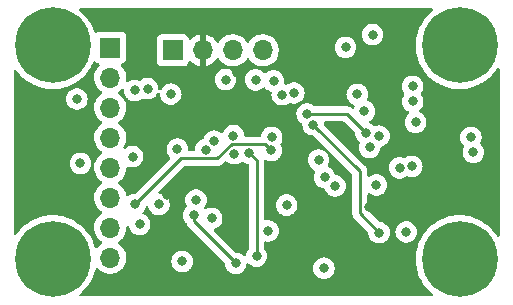
<source format=gbr>
%TF.GenerationSoftware,KiCad,Pcbnew,6.0.11+dfsg-1~bpo11+1*%
%TF.CreationDate,2023-04-29T04:06:51+00:00*%
%TF.ProjectId,slcam,736c6361-6d2e-46b6-9963-61645f706362,v0.2*%
%TF.SameCoordinates,Original*%
%TF.FileFunction,Copper,L2,Inr*%
%TF.FilePolarity,Positive*%
%FSLAX46Y46*%
G04 Gerber Fmt 4.6, Leading zero omitted, Abs format (unit mm)*
G04 Created by KiCad (PCBNEW 6.0.11+dfsg-1~bpo11+1) date 2023-04-29 04:06:51*
%MOMM*%
%LPD*%
G01*
G04 APERTURE LIST*
%TA.AperFunction,ComponentPad*%
%ADD10R,1.700000X1.700000*%
%TD*%
%TA.AperFunction,ComponentPad*%
%ADD11O,1.700000X1.700000*%
%TD*%
%TA.AperFunction,ComponentPad*%
%ADD12C,6.400000*%
%TD*%
%TA.AperFunction,ViaPad*%
%ADD13C,0.800000*%
%TD*%
%TA.AperFunction,Conductor*%
%ADD14C,0.250000*%
%TD*%
G04 APERTURE END LIST*
D10*
%TO.N,/SPI_NSS_IMG*%
%TO.C,J2*%
X205790000Y-53620000D03*
D11*
%TO.N,/SPI2_MOSI*%
X205790000Y-56160000D03*
%TO.N,/SPI2_MISO*%
X205790000Y-58700000D03*
%TO.N,/SPI2_SCK*%
X205790000Y-61240000D03*
%TO.N,GND*%
X205790000Y-63780000D03*
%TO.N,/3V3_IMG_SENSOR*%
X205790000Y-66320000D03*
%TO.N,/I2C_SDA*%
X205790000Y-68860000D03*
%TO.N,/I2C_SCL*%
X205790000Y-71400000D03*
%TD*%
D10*
%TO.N,GND*%
%TO.C,J3*%
X211074000Y-53848000D03*
D11*
%TO.N,VCC*%
X213614000Y-53848000D03*
%TO.N,/SWCLK*%
X216154000Y-53848000D03*
%TO.N,/SWDIO*%
X218694000Y-53848000D03*
%TD*%
D12*
%TO.N,N/C*%
%TO.C,H1*%
X200914000Y-53440000D03*
%TD*%
%TO.N,N/C*%
%TO.C,H2*%
X200914000Y-71530000D03*
%TD*%
%TO.N,N/C*%
%TO.C,H3*%
X235360000Y-71530000D03*
%TD*%
%TO.N,N/C*%
%TO.C,H4*%
X235360000Y-53440000D03*
%TD*%
D13*
%TO.N,/SPI2_MOSI*%
X214582609Y-61547033D03*
X228549200Y-61112400D03*
%TO.N,/SPI2_SCK*%
X227736400Y-62077600D03*
X213862716Y-62271533D03*
%TO.N,/SPI_NSS*%
X218176898Y-71275770D03*
X217554942Y-62558914D03*
%TO.N,/OSC_IN2*%
X223926400Y-64603469D03*
X230276400Y-63804800D03*
%TO.N,/OSC_OUT2*%
X231317808Y-63677808D03*
X224831342Y-65338258D03*
%TO.N,/CAN_SHDN*%
X227990400Y-52527200D03*
X219608400Y-56438800D03*
%TO.N,/CAN_S*%
X225704400Y-53594000D03*
X220343492Y-57617248D03*
%TO.N,/FLASH_WP*%
X222453200Y-59232800D03*
X227431600Y-60858400D03*
%TO.N,/FLASH_HR*%
X228549200Y-69291200D03*
X222961200Y-60147200D03*
%TO.N,GND*%
X223874508Y-72301899D03*
X231648000Y-59944000D03*
X209905340Y-66900067D03*
X223418400Y-63144400D03*
X226699310Y-57584114D03*
X216215829Y-61075500D03*
X203259568Y-63424233D03*
X202965109Y-57969203D03*
X219456000Y-61214000D03*
X207684157Y-62861398D03*
X211875998Y-71719462D03*
X227299379Y-59020643D03*
X215544400Y-56337200D03*
X210914757Y-57558174D03*
%TO.N,/RESET*%
X220726000Y-66954400D03*
%TO.N,VCC*%
X216533789Y-55756717D03*
X209539521Y-61117670D03*
X210592701Y-66090510D03*
X227652581Y-67134899D03*
X207826560Y-61320012D03*
X200050400Y-63093600D03*
X214158678Y-72875069D03*
%TO.N,/SPI_SCK*%
X216273572Y-62608328D03*
%TO.N,/SPI_MISO*%
X214376000Y-68072000D03*
%TO.N,/SPI_MOSI*%
X212852000Y-67818000D03*
X216408000Y-71882000D03*
%TO.N,/I2C_SCL*%
X221333733Y-57460547D03*
%TO.N,/I2C_SDA*%
X207877524Y-66895134D03*
X219405200Y-62331600D03*
%TO.N,/3V3_IMG_SENSOR*%
X219151200Y-69138800D03*
X208280000Y-68580000D03*
%TO.N,/SWCLK*%
X218096500Y-56353495D03*
%TO.N,/CAN_N*%
X231394000Y-56896000D03*
X236321600Y-61214000D03*
%TO.N,/CAN_P*%
X236524800Y-62484000D03*
X231394000Y-58166000D03*
%TO.N,/UART_TX*%
X207873600Y-57251600D03*
%TO.N,/UART_RX*%
X208940400Y-57099200D03*
%TO.N,/EN_SWITCH*%
X213050984Y-66523873D03*
%TO.N,/SPI_NSS_FLASH*%
X228319288Y-65247403D03*
X211466546Y-62223783D03*
%TO.N,/HEARTBEAT*%
X230845484Y-69227294D03*
%TD*%
D14*
%TO.N,/SPI_NSS*%
X218176898Y-63180870D02*
X217554942Y-62558914D01*
X218176898Y-71275770D02*
X218176898Y-63180870D01*
%TO.N,/FLASH_WP*%
X225806000Y-59232800D02*
X222453200Y-59232800D01*
X227431600Y-60858400D02*
X225806000Y-59232800D01*
%TO.N,/FLASH_HR*%
X222961200Y-60147200D02*
X226923600Y-64109600D01*
X226923600Y-64109600D02*
X226923600Y-67665600D01*
X226923600Y-67665600D02*
X228549200Y-69291200D01*
%TO.N,/SPI_MOSI*%
X212852000Y-67818000D02*
X212852000Y-68326000D01*
X212852000Y-68326000D02*
X216408000Y-71882000D01*
%TO.N,/I2C_SDA*%
X214861242Y-62996044D02*
X216054779Y-61802507D01*
X207877524Y-66895134D02*
X211776614Y-62996044D01*
X218876107Y-61802507D02*
X219405200Y-62331600D01*
X216054779Y-61802507D02*
X218876107Y-61802507D01*
X211776614Y-62996044D02*
X214861242Y-62996044D01*
%TD*%
%TA.AperFunction,Conductor*%
%TO.N,VCC*%
G36*
X233066282Y-50312502D02*
G01*
X233112775Y-50366158D01*
X233122879Y-50436432D01*
X233093385Y-50501012D01*
X233077456Y-50516420D01*
X232875124Y-50680266D01*
X232600266Y-50955124D01*
X232355643Y-51257207D01*
X232353848Y-51259970D01*
X232353848Y-51259971D01*
X232253802Y-51414030D01*
X232143938Y-51583206D01*
X232142443Y-51586140D01*
X232142439Y-51586147D01*
X232064066Y-51739963D01*
X231967468Y-51929547D01*
X231828167Y-52292438D01*
X231727562Y-52667901D01*
X231702104Y-52828635D01*
X231671648Y-53020926D01*
X231666754Y-53051824D01*
X231646411Y-53440000D01*
X231666754Y-53828176D01*
X231667267Y-53831416D01*
X231667268Y-53831424D01*
X231695268Y-54008207D01*
X231727562Y-54212099D01*
X231828167Y-54587562D01*
X231967468Y-54950453D01*
X231968966Y-54953393D01*
X232097931Y-55206500D01*
X232143938Y-55296794D01*
X232145734Y-55299560D01*
X232145736Y-55299563D01*
X232334737Y-55590601D01*
X232355643Y-55622793D01*
X232438992Y-55725720D01*
X232581625Y-55901856D01*
X232600266Y-55924876D01*
X232875124Y-56199734D01*
X232877682Y-56201806D01*
X232877686Y-56201809D01*
X232916316Y-56233091D01*
X233177207Y-56444357D01*
X233179970Y-56446152D01*
X233179971Y-56446152D01*
X233490483Y-56647800D01*
X233503205Y-56656062D01*
X233506139Y-56657557D01*
X233506146Y-56657561D01*
X233771953Y-56792996D01*
X233849547Y-56832532D01*
X234014887Y-56896000D01*
X234205032Y-56968990D01*
X234212438Y-56971833D01*
X234587901Y-57072438D01*
X234781454Y-57103094D01*
X234968576Y-57132732D01*
X234968584Y-57132733D01*
X234971824Y-57133246D01*
X235360000Y-57153589D01*
X235748176Y-57133246D01*
X235751416Y-57132733D01*
X235751424Y-57132732D01*
X235938546Y-57103094D01*
X236132099Y-57072438D01*
X236507562Y-56971833D01*
X236514969Y-56968990D01*
X236705113Y-56896000D01*
X236870453Y-56832532D01*
X236948047Y-56792996D01*
X237213854Y-56657561D01*
X237213861Y-56657557D01*
X237216795Y-56656062D01*
X237229518Y-56647800D01*
X237540029Y-56446152D01*
X237540030Y-56446152D01*
X237542793Y-56444357D01*
X237803684Y-56233091D01*
X237842314Y-56201809D01*
X237842318Y-56201806D01*
X237844876Y-56199734D01*
X238119734Y-55924876D01*
X238138376Y-55901856D01*
X238281008Y-55725720D01*
X238364357Y-55622793D01*
X238436636Y-55511492D01*
X238527827Y-55371070D01*
X238581704Y-55324833D01*
X238652025Y-55315063D01*
X238716465Y-55344863D01*
X238754564Y-55404771D01*
X238759500Y-55439694D01*
X238759500Y-69530306D01*
X238739498Y-69598427D01*
X238685842Y-69644920D01*
X238615568Y-69655024D01*
X238550988Y-69625530D01*
X238527827Y-69598930D01*
X238366152Y-69349971D01*
X238366152Y-69349970D01*
X238364357Y-69347207D01*
X238195592Y-69138800D01*
X238121809Y-69047686D01*
X238121806Y-69047682D01*
X238119734Y-69045124D01*
X237844876Y-68770266D01*
X237841145Y-68767244D01*
X237667027Y-68626246D01*
X237542793Y-68525643D01*
X237441610Y-68459934D01*
X237219564Y-68315736D01*
X237219561Y-68315734D01*
X237216795Y-68313938D01*
X237213861Y-68312443D01*
X237213854Y-68312439D01*
X236873393Y-68138966D01*
X236870453Y-68137468D01*
X236576050Y-68024457D01*
X236510652Y-67999353D01*
X236510650Y-67999352D01*
X236507562Y-67998167D01*
X236132099Y-67897562D01*
X235913254Y-67862900D01*
X235751424Y-67837268D01*
X235751416Y-67837267D01*
X235748176Y-67836754D01*
X235360000Y-67816411D01*
X234971824Y-67836754D01*
X234968584Y-67837267D01*
X234968576Y-67837268D01*
X234806746Y-67862900D01*
X234587901Y-67897562D01*
X234212438Y-67998167D01*
X234209350Y-67999352D01*
X234209348Y-67999353D01*
X234143950Y-68024457D01*
X233849547Y-68137468D01*
X233846607Y-68138966D01*
X233506147Y-68312439D01*
X233506140Y-68312443D01*
X233503206Y-68313938D01*
X233500440Y-68315734D01*
X233500437Y-68315736D01*
X233270828Y-68464845D01*
X233177207Y-68525643D01*
X233052973Y-68626246D01*
X232878856Y-68767244D01*
X232875124Y-68770266D01*
X232600266Y-69045124D01*
X232598194Y-69047682D01*
X232598191Y-69047686D01*
X232524408Y-69138800D01*
X232355643Y-69347207D01*
X232353848Y-69349970D01*
X232353848Y-69349971D01*
X232152067Y-69660689D01*
X232143938Y-69673206D01*
X232142443Y-69676140D01*
X232142439Y-69676147D01*
X232060358Y-69837240D01*
X231967468Y-70019547D01*
X231828167Y-70382438D01*
X231727562Y-70757901D01*
X231700566Y-70928344D01*
X231674208Y-71094763D01*
X231666754Y-71141824D01*
X231646411Y-71530000D01*
X231666754Y-71918176D01*
X231667267Y-71921416D01*
X231667268Y-71921424D01*
X231677447Y-71985689D01*
X231727562Y-72302099D01*
X231828167Y-72677562D01*
X231829352Y-72680650D01*
X231829353Y-72680652D01*
X231860233Y-72761097D01*
X231967468Y-73040453D01*
X232143938Y-73386794D01*
X232145734Y-73389560D01*
X232145736Y-73389563D01*
X232290173Y-73611977D01*
X232355643Y-73712793D01*
X232600266Y-74014876D01*
X232875124Y-74289734D01*
X232877682Y-74291806D01*
X232877686Y-74291809D01*
X233074986Y-74451580D01*
X233115338Y-74509994D01*
X233117703Y-74580951D01*
X233081330Y-74641923D01*
X233017767Y-74673551D01*
X232995691Y-74675500D01*
X203278309Y-74675500D01*
X203210188Y-74655498D01*
X203163695Y-74601842D01*
X203153591Y-74531568D01*
X203183085Y-74466988D01*
X203199014Y-74451580D01*
X203396314Y-74291809D01*
X203396318Y-74291806D01*
X203398876Y-74289734D01*
X203673734Y-74014876D01*
X203918357Y-73712793D01*
X203983827Y-73611977D01*
X204128264Y-73389563D01*
X204128266Y-73389560D01*
X204130062Y-73386794D01*
X204306532Y-73040453D01*
X204413767Y-72761097D01*
X204444647Y-72680652D01*
X204444648Y-72680650D01*
X204445833Y-72677562D01*
X204538742Y-72330819D01*
X204575694Y-72270197D01*
X204639554Y-72239176D01*
X204710049Y-72247604D01*
X204755686Y-72280933D01*
X204832865Y-72370031D01*
X204832869Y-72370035D01*
X204836250Y-72373938D01*
X205008126Y-72516632D01*
X205201000Y-72629338D01*
X205409692Y-72709030D01*
X205414760Y-72710061D01*
X205414763Y-72710062D01*
X205522017Y-72731883D01*
X205628597Y-72753567D01*
X205633772Y-72753757D01*
X205633774Y-72753757D01*
X205846673Y-72761564D01*
X205846677Y-72761564D01*
X205851837Y-72761753D01*
X205856957Y-72761097D01*
X205856959Y-72761097D01*
X206068288Y-72734025D01*
X206068289Y-72734025D01*
X206073416Y-72733368D01*
X206078366Y-72731883D01*
X206282429Y-72670661D01*
X206282434Y-72670659D01*
X206287384Y-72669174D01*
X206487994Y-72570896D01*
X206669860Y-72441173D01*
X206708959Y-72402211D01*
X206780599Y-72330820D01*
X206828096Y-72283489D01*
X206958453Y-72102077D01*
X206973354Y-72071928D01*
X207055136Y-71906453D01*
X207055137Y-71906451D01*
X207057430Y-71901811D01*
X207100501Y-71760047D01*
X207112832Y-71719462D01*
X210962494Y-71719462D01*
X210982456Y-71909390D01*
X211041471Y-72091018D01*
X211044774Y-72096740D01*
X211044775Y-72096741D01*
X211050281Y-72106277D01*
X211136958Y-72256406D01*
X211141376Y-72261313D01*
X211141377Y-72261314D01*
X211239266Y-72370031D01*
X211264745Y-72398328D01*
X211323716Y-72441173D01*
X211402076Y-72498105D01*
X211419246Y-72510580D01*
X211425274Y-72513264D01*
X211425276Y-72513265D01*
X211587679Y-72585571D01*
X211593710Y-72588256D01*
X211687110Y-72608109D01*
X211774054Y-72626590D01*
X211774059Y-72626590D01*
X211780511Y-72627962D01*
X211971485Y-72627962D01*
X211977937Y-72626590D01*
X211977942Y-72626590D01*
X212064886Y-72608109D01*
X212158286Y-72588256D01*
X212164317Y-72585571D01*
X212326720Y-72513265D01*
X212326722Y-72513264D01*
X212332750Y-72510580D01*
X212349921Y-72498105D01*
X212428280Y-72441173D01*
X212487251Y-72398328D01*
X212512730Y-72370031D01*
X212610619Y-72261314D01*
X212610620Y-72261313D01*
X212615038Y-72256406D01*
X212701715Y-72106277D01*
X212707221Y-72096741D01*
X212707222Y-72096740D01*
X212710525Y-72091018D01*
X212769540Y-71909390D01*
X212789502Y-71719462D01*
X212769540Y-71529534D01*
X212710525Y-71347906D01*
X212615038Y-71182518D01*
X212605876Y-71172342D01*
X212491673Y-71045507D01*
X212491672Y-71045506D01*
X212487251Y-71040596D01*
X212367371Y-70953498D01*
X212338092Y-70932225D01*
X212338091Y-70932224D01*
X212332750Y-70928344D01*
X212326722Y-70925660D01*
X212326720Y-70925659D01*
X212164317Y-70853353D01*
X212164316Y-70853353D01*
X212158286Y-70850668D01*
X212052936Y-70828275D01*
X211977942Y-70812334D01*
X211977937Y-70812334D01*
X211971485Y-70810962D01*
X211780511Y-70810962D01*
X211774059Y-70812334D01*
X211774054Y-70812334D01*
X211699060Y-70828275D01*
X211593710Y-70850668D01*
X211587680Y-70853353D01*
X211587679Y-70853353D01*
X211425276Y-70925659D01*
X211425274Y-70925660D01*
X211419246Y-70928344D01*
X211413905Y-70932224D01*
X211413904Y-70932225D01*
X211384625Y-70953498D01*
X211264745Y-71040596D01*
X211260324Y-71045506D01*
X211260323Y-71045507D01*
X211146121Y-71172342D01*
X211136958Y-71182518D01*
X211041471Y-71347906D01*
X210982456Y-71529534D01*
X210962494Y-71719462D01*
X207112832Y-71719462D01*
X207120865Y-71693023D01*
X207120865Y-71693021D01*
X207122370Y-71688069D01*
X207151529Y-71466590D01*
X207153156Y-71400000D01*
X207134852Y-71177361D01*
X207080431Y-70960702D01*
X206991354Y-70755840D01*
X206870014Y-70568277D01*
X206719670Y-70403051D01*
X206715619Y-70399852D01*
X206715615Y-70399848D01*
X206548414Y-70267800D01*
X206548410Y-70267798D01*
X206544359Y-70264598D01*
X206503053Y-70241796D01*
X206453084Y-70191364D01*
X206438312Y-70121921D01*
X206463428Y-70055516D01*
X206490780Y-70028909D01*
X206557186Y-69981542D01*
X206669860Y-69901173D01*
X206738220Y-69833052D01*
X206753659Y-69817666D01*
X206828096Y-69743489D01*
X206876776Y-69675744D01*
X206955435Y-69566277D01*
X206958453Y-69562077D01*
X206981187Y-69516079D01*
X207055136Y-69366453D01*
X207055137Y-69366451D01*
X207057430Y-69361811D01*
X207122370Y-69148069D01*
X207151529Y-68926590D01*
X207153156Y-68860000D01*
X207152765Y-68855248D01*
X207152831Y-68854931D01*
X207152784Y-68853304D01*
X207153169Y-68853293D01*
X207167116Y-68785719D01*
X207216780Y-68734985D01*
X207285989Y-68719154D01*
X207352770Y-68743254D01*
X207398174Y-68805986D01*
X207445473Y-68951556D01*
X207448776Y-68957278D01*
X207448777Y-68957279D01*
X207462184Y-68980500D01*
X207540960Y-69116944D01*
X207545378Y-69121851D01*
X207545379Y-69121852D01*
X207651744Y-69239982D01*
X207668747Y-69258866D01*
X207823248Y-69371118D01*
X207829276Y-69373802D01*
X207829278Y-69373803D01*
X207940900Y-69423500D01*
X207997712Y-69448794D01*
X208091112Y-69468647D01*
X208178056Y-69487128D01*
X208178061Y-69487128D01*
X208184513Y-69488500D01*
X208375487Y-69488500D01*
X208381939Y-69487128D01*
X208381944Y-69487128D01*
X208468888Y-69468647D01*
X208562288Y-69448794D01*
X208619100Y-69423500D01*
X208730722Y-69373803D01*
X208730724Y-69373802D01*
X208736752Y-69371118D01*
X208891253Y-69258866D01*
X208908256Y-69239982D01*
X209014621Y-69121852D01*
X209014622Y-69121851D01*
X209019040Y-69116944D01*
X209097816Y-68980500D01*
X209111223Y-68957279D01*
X209111224Y-68957278D01*
X209114527Y-68951556D01*
X209173542Y-68769928D01*
X209175138Y-68754749D01*
X209192814Y-68586565D01*
X209193504Y-68580000D01*
X209184822Y-68497397D01*
X209174232Y-68396635D01*
X209174232Y-68396633D01*
X209173542Y-68390072D01*
X209114527Y-68208444D01*
X209019040Y-68043056D01*
X209002294Y-68024457D01*
X208895675Y-67906045D01*
X208895674Y-67906044D01*
X208891253Y-67901134D01*
X208774642Y-67816411D01*
X208742094Y-67792763D01*
X208742093Y-67792762D01*
X208736752Y-67788882D01*
X208730726Y-67786199D01*
X208730719Y-67786195D01*
X208580057Y-67719117D01*
X208525961Y-67673137D01*
X208505311Y-67605210D01*
X208524663Y-67536902D01*
X208537669Y-67519700D01*
X208612145Y-67436986D01*
X208612146Y-67436985D01*
X208616564Y-67432078D01*
X208698575Y-67290031D01*
X208708747Y-67272413D01*
X208708748Y-67272412D01*
X208712051Y-67266690D01*
X208771066Y-67085062D01*
X208773857Y-67085969D01*
X208801981Y-67034694D01*
X208864357Y-67000786D01*
X208935163Y-67005985D01*
X208991918Y-67048638D01*
X209010787Y-67090323D01*
X209011798Y-67089995D01*
X209070813Y-67271623D01*
X209074116Y-67277345D01*
X209074117Y-67277346D01*
X209084400Y-67295156D01*
X209166300Y-67437011D01*
X209170718Y-67441918D01*
X209170719Y-67441919D01*
X209285223Y-67569089D01*
X209294087Y-67578933D01*
X209353080Y-67621794D01*
X209436457Y-67682371D01*
X209448588Y-67691185D01*
X209454616Y-67693869D01*
X209454618Y-67693870D01*
X209611972Y-67763928D01*
X209623052Y-67768861D01*
X209698693Y-67784939D01*
X209803396Y-67807195D01*
X209803401Y-67807195D01*
X209809853Y-67808567D01*
X210000827Y-67808567D01*
X210007279Y-67807195D01*
X210007284Y-67807195D01*
X210111987Y-67784939D01*
X210187628Y-67768861D01*
X210198708Y-67763928D01*
X210356062Y-67693870D01*
X210356064Y-67693869D01*
X210362092Y-67691185D01*
X210374224Y-67682371D01*
X210457600Y-67621794D01*
X210516593Y-67578933D01*
X210525457Y-67569089D01*
X210639961Y-67441919D01*
X210639962Y-67441918D01*
X210644380Y-67437011D01*
X210726280Y-67295156D01*
X210736563Y-67277346D01*
X210736564Y-67277345D01*
X210739867Y-67271623D01*
X210798882Y-67089995D01*
X210806021Y-67022077D01*
X210818154Y-66906632D01*
X210818844Y-66900067D01*
X210803933Y-66758194D01*
X210799572Y-66716702D01*
X210799572Y-66716700D01*
X210798882Y-66710139D01*
X210739867Y-66528511D01*
X210644380Y-66363123D01*
X210625817Y-66342506D01*
X210521015Y-66226112D01*
X210521014Y-66226111D01*
X210516593Y-66221201D01*
X210384866Y-66125495D01*
X210367434Y-66112830D01*
X210367433Y-66112829D01*
X210362092Y-66108949D01*
X210356064Y-66106265D01*
X210356062Y-66106264D01*
X210193659Y-66033958D01*
X210193658Y-66033958D01*
X210187628Y-66031273D01*
X210094228Y-66011420D01*
X210007284Y-65992939D01*
X210007279Y-65992939D01*
X210000827Y-65991567D01*
X209981185Y-65991567D01*
X209913064Y-65971565D01*
X209866571Y-65917909D01*
X209856467Y-65847635D01*
X209885961Y-65783055D01*
X209892090Y-65776472D01*
X210844392Y-64824171D01*
X212002114Y-63666449D01*
X212064426Y-63632423D01*
X212091209Y-63629544D01*
X214782475Y-63629544D01*
X214793658Y-63630071D01*
X214801151Y-63631746D01*
X214809077Y-63631497D01*
X214809078Y-63631497D01*
X214869228Y-63629606D01*
X214873187Y-63629544D01*
X214901098Y-63629544D01*
X214905033Y-63629047D01*
X214905098Y-63629039D01*
X214916935Y-63628106D01*
X214949193Y-63627092D01*
X214953212Y-63626966D01*
X214961131Y-63626717D01*
X214980585Y-63621065D01*
X214999942Y-63617057D01*
X215012172Y-63615512D01*
X215012173Y-63615512D01*
X215020039Y-63614518D01*
X215027410Y-63611599D01*
X215027412Y-63611599D01*
X215061154Y-63598240D01*
X215072384Y-63594395D01*
X215107225Y-63584273D01*
X215107226Y-63584273D01*
X215114835Y-63582062D01*
X215121654Y-63578029D01*
X215121659Y-63578027D01*
X215132270Y-63571751D01*
X215150018Y-63563056D01*
X215168859Y-63555596D01*
X215184618Y-63544147D01*
X215204629Y-63529608D01*
X215214549Y-63523092D01*
X215245777Y-63504624D01*
X215245780Y-63504622D01*
X215252604Y-63500586D01*
X215266925Y-63486265D01*
X215281959Y-63473424D01*
X215291936Y-63466175D01*
X215298349Y-63461516D01*
X215326540Y-63427439D01*
X215334530Y-63418660D01*
X215475415Y-63277775D01*
X215537727Y-63243749D01*
X215608542Y-63248814D01*
X215652334Y-63278604D01*
X215652995Y-63277869D01*
X215657897Y-63282282D01*
X215662319Y-63287194D01*
X215672942Y-63294912D01*
X215807260Y-63392500D01*
X215816820Y-63399446D01*
X215822848Y-63402130D01*
X215822850Y-63402131D01*
X215969479Y-63467414D01*
X215991284Y-63477122D01*
X216084684Y-63496975D01*
X216171628Y-63515456D01*
X216171633Y-63515456D01*
X216178085Y-63516828D01*
X216369059Y-63516828D01*
X216375511Y-63515456D01*
X216375516Y-63515456D01*
X216462460Y-63496975D01*
X216555860Y-63477122D01*
X216577665Y-63467414D01*
X216724294Y-63402131D01*
X216724296Y-63402130D01*
X216730324Y-63399446D01*
X216739885Y-63392500D01*
X216874202Y-63294912D01*
X216941070Y-63271054D01*
X217010221Y-63287134D01*
X217022324Y-63294912D01*
X217098190Y-63350032D01*
X217104218Y-63352716D01*
X217104220Y-63352717D01*
X217264849Y-63424233D01*
X217272654Y-63427708D01*
X217401698Y-63455137D01*
X217443595Y-63464043D01*
X217506069Y-63497772D01*
X217540390Y-63559921D01*
X217543398Y-63587290D01*
X217543398Y-70573246D01*
X217523396Y-70641367D01*
X217511040Y-70657549D01*
X217437858Y-70738826D01*
X217342371Y-70904214D01*
X217283356Y-71085842D01*
X217282667Y-71092401D01*
X217282666Y-71092404D01*
X217274292Y-71172081D01*
X217247279Y-71237737D01*
X217189057Y-71278367D01*
X217118112Y-71281070D01*
X217055348Y-71243222D01*
X217019253Y-71203134D01*
X216864752Y-71090882D01*
X216858724Y-71088198D01*
X216858722Y-71088197D01*
X216696319Y-71015891D01*
X216696318Y-71015891D01*
X216690288Y-71013206D01*
X216596888Y-70993353D01*
X216509944Y-70974872D01*
X216509939Y-70974872D01*
X216503487Y-70973500D01*
X216447595Y-70973500D01*
X216379474Y-70953498D01*
X216358500Y-70936595D01*
X214578608Y-69156703D01*
X214544582Y-69094391D01*
X214549647Y-69023576D01*
X214592194Y-68966740D01*
X214641507Y-68944361D01*
X214651830Y-68942167D01*
X214651833Y-68942166D01*
X214658288Y-68940794D01*
X214664319Y-68938109D01*
X214826722Y-68865803D01*
X214826724Y-68865802D01*
X214832752Y-68863118D01*
X214843582Y-68855250D01*
X214939282Y-68785719D01*
X214987253Y-68750866D01*
X215001552Y-68734985D01*
X215110621Y-68613852D01*
X215110622Y-68613851D01*
X215115040Y-68608944D01*
X215210527Y-68443556D01*
X215269542Y-68261928D01*
X215282917Y-68134677D01*
X215288814Y-68078565D01*
X215289504Y-68072000D01*
X215272062Y-67906045D01*
X215270232Y-67888635D01*
X215270232Y-67888633D01*
X215269542Y-67882072D01*
X215210527Y-67700444D01*
X215206732Y-67693870D01*
X215155716Y-67605509D01*
X215115040Y-67535056D01*
X215101214Y-67519700D01*
X214991675Y-67398045D01*
X214991674Y-67398044D01*
X214987253Y-67393134D01*
X214855267Y-67297240D01*
X214838094Y-67284763D01*
X214838093Y-67284762D01*
X214832752Y-67280882D01*
X214826724Y-67278198D01*
X214826722Y-67278197D01*
X214664319Y-67205891D01*
X214664318Y-67205891D01*
X214658288Y-67203206D01*
X214564888Y-67183353D01*
X214477944Y-67164872D01*
X214477939Y-67164872D01*
X214471487Y-67163500D01*
X214280513Y-67163500D01*
X214274061Y-67164872D01*
X214274056Y-67164872D01*
X214187112Y-67183353D01*
X214093712Y-67203206D01*
X214087682Y-67205891D01*
X214087681Y-67205891D01*
X213925274Y-67278199D01*
X213919248Y-67280882D01*
X213918809Y-67279895D01*
X213855897Y-67295156D01*
X213788806Y-67271934D01*
X213744920Y-67216126D01*
X213738172Y-67145451D01*
X213768260Y-67084988D01*
X213785605Y-67065725D01*
X213785606Y-67065724D01*
X213790024Y-67060817D01*
X213885511Y-66895429D01*
X213944526Y-66713801D01*
X213958892Y-66577121D01*
X213963798Y-66530438D01*
X213964488Y-66523873D01*
X213953303Y-66417456D01*
X213945216Y-66340508D01*
X213945216Y-66340506D01*
X213944526Y-66333945D01*
X213885511Y-66152317D01*
X213790024Y-65986929D01*
X213756128Y-65949283D01*
X213666659Y-65849918D01*
X213666658Y-65849917D01*
X213662237Y-65845007D01*
X213507736Y-65732755D01*
X213501708Y-65730071D01*
X213501706Y-65730070D01*
X213339303Y-65657764D01*
X213339302Y-65657764D01*
X213333272Y-65655079D01*
X213239871Y-65635226D01*
X213152928Y-65616745D01*
X213152923Y-65616745D01*
X213146471Y-65615373D01*
X212955497Y-65615373D01*
X212949045Y-65616745D01*
X212949040Y-65616745D01*
X212862097Y-65635226D01*
X212768696Y-65655079D01*
X212762666Y-65657764D01*
X212762665Y-65657764D01*
X212600262Y-65730070D01*
X212600260Y-65730071D01*
X212594232Y-65732755D01*
X212439731Y-65845007D01*
X212435310Y-65849917D01*
X212435309Y-65849918D01*
X212345841Y-65949283D01*
X212311944Y-65986929D01*
X212216457Y-66152317D01*
X212157442Y-66333945D01*
X212156752Y-66340506D01*
X212156752Y-66340508D01*
X212148665Y-66417456D01*
X212137480Y-66523873D01*
X212138170Y-66530438D01*
X212143077Y-66577121D01*
X212157442Y-66713801D01*
X212216457Y-66895429D01*
X212219760Y-66901151D01*
X212219761Y-66901152D01*
X212266679Y-66982416D01*
X212283417Y-67051411D01*
X212260197Y-67118503D01*
X212243731Y-67136966D01*
X212240747Y-67139134D01*
X212236324Y-67144046D01*
X212236322Y-67144048D01*
X212121173Y-67271934D01*
X212112960Y-67281056D01*
X212103616Y-67297240D01*
X212022934Y-67436986D01*
X212017473Y-67446444D01*
X211958458Y-67628072D01*
X211957768Y-67634633D01*
X211957768Y-67634635D01*
X211948575Y-67722104D01*
X211938496Y-67818000D01*
X211939186Y-67824565D01*
X211957457Y-67998401D01*
X211958458Y-68007928D01*
X212017473Y-68189556D01*
X212020776Y-68195278D01*
X212020777Y-68195279D01*
X212040997Y-68230300D01*
X212112960Y-68354944D01*
X212117378Y-68359851D01*
X212117379Y-68359852D01*
X212221218Y-68475177D01*
X212244734Y-68513104D01*
X212249803Y-68525907D01*
X212253648Y-68537138D01*
X212265982Y-68579593D01*
X212270015Y-68586412D01*
X212270017Y-68586417D01*
X212276293Y-68597028D01*
X212284988Y-68614776D01*
X212292448Y-68633617D01*
X212297110Y-68640033D01*
X212297110Y-68640034D01*
X212318436Y-68669387D01*
X212324952Y-68679307D01*
X212334865Y-68696068D01*
X212347458Y-68717362D01*
X212361779Y-68731683D01*
X212374619Y-68746716D01*
X212386528Y-68763107D01*
X212395182Y-68770266D01*
X212420605Y-68791298D01*
X212429384Y-68799288D01*
X215460878Y-71830782D01*
X215494904Y-71893094D01*
X215497092Y-71906703D01*
X215499577Y-71930343D01*
X215510984Y-72038871D01*
X215514458Y-72071928D01*
X215573473Y-72253556D01*
X215668960Y-72418944D01*
X215673378Y-72423851D01*
X215673379Y-72423852D01*
X215792325Y-72555955D01*
X215796747Y-72560866D01*
X215887208Y-72626590D01*
X215945820Y-72669174D01*
X215951248Y-72673118D01*
X215957276Y-72675802D01*
X215957278Y-72675803D01*
X216083237Y-72731883D01*
X216125712Y-72750794D01*
X216219113Y-72770647D01*
X216306056Y-72789128D01*
X216306061Y-72789128D01*
X216312513Y-72790500D01*
X216503487Y-72790500D01*
X216509939Y-72789128D01*
X216509944Y-72789128D01*
X216596888Y-72770647D01*
X216690288Y-72750794D01*
X216732763Y-72731883D01*
X216858722Y-72675803D01*
X216858724Y-72675802D01*
X216864752Y-72673118D01*
X216870181Y-72669174D01*
X216928792Y-72626590D01*
X217019253Y-72560866D01*
X217023675Y-72555955D01*
X217142621Y-72423852D01*
X217142622Y-72423851D01*
X217147040Y-72418944D01*
X217214616Y-72301899D01*
X222961004Y-72301899D01*
X222961694Y-72308464D01*
X222973822Y-72423852D01*
X222980966Y-72491827D01*
X223039981Y-72673455D01*
X223135468Y-72838843D01*
X223263255Y-72980765D01*
X223417756Y-73093017D01*
X223423784Y-73095701D01*
X223423786Y-73095702D01*
X223586189Y-73168008D01*
X223592220Y-73170693D01*
X223685621Y-73190546D01*
X223772564Y-73209027D01*
X223772569Y-73209027D01*
X223779021Y-73210399D01*
X223969995Y-73210399D01*
X223976447Y-73209027D01*
X223976452Y-73209027D01*
X224063395Y-73190546D01*
X224156796Y-73170693D01*
X224162827Y-73168008D01*
X224325230Y-73095702D01*
X224325232Y-73095701D01*
X224331260Y-73093017D01*
X224485761Y-72980765D01*
X224613548Y-72838843D01*
X224709035Y-72673455D01*
X224768050Y-72491827D01*
X224775195Y-72423852D01*
X224787322Y-72308464D01*
X224788012Y-72301899D01*
X224771476Y-72144564D01*
X224768740Y-72118534D01*
X224768740Y-72118532D01*
X224768050Y-72111971D01*
X224709035Y-71930343D01*
X224702011Y-71918176D01*
X224616849Y-71770673D01*
X224613548Y-71764955D01*
X224512788Y-71653049D01*
X224490183Y-71627944D01*
X224490182Y-71627943D01*
X224485761Y-71623033D01*
X224353169Y-71526699D01*
X224336602Y-71514662D01*
X224336601Y-71514661D01*
X224331260Y-71510781D01*
X224325232Y-71508097D01*
X224325230Y-71508096D01*
X224162827Y-71435790D01*
X224162826Y-71435790D01*
X224156796Y-71433105D01*
X224063396Y-71413252D01*
X223976452Y-71394771D01*
X223976447Y-71394771D01*
X223969995Y-71393399D01*
X223779021Y-71393399D01*
X223772569Y-71394771D01*
X223772564Y-71394771D01*
X223685620Y-71413252D01*
X223592220Y-71433105D01*
X223586190Y-71435790D01*
X223586189Y-71435790D01*
X223423786Y-71508096D01*
X223423784Y-71508097D01*
X223417756Y-71510781D01*
X223412415Y-71514661D01*
X223412414Y-71514662D01*
X223395847Y-71526699D01*
X223263255Y-71623033D01*
X223258834Y-71627943D01*
X223258833Y-71627944D01*
X223236229Y-71653049D01*
X223135468Y-71764955D01*
X223132167Y-71770673D01*
X223047006Y-71918176D01*
X223039981Y-71930343D01*
X222980966Y-72111971D01*
X222980276Y-72118532D01*
X222980276Y-72118534D01*
X222977540Y-72144564D01*
X222961004Y-72301899D01*
X217214616Y-72301899D01*
X217242527Y-72253556D01*
X217301542Y-72071928D01*
X217305017Y-72038871D01*
X217310606Y-71985689D01*
X217337619Y-71920033D01*
X217395841Y-71879403D01*
X217466786Y-71876700D01*
X217529550Y-71914548D01*
X217565645Y-71954636D01*
X217720146Y-72066888D01*
X217726174Y-72069572D01*
X217726176Y-72069573D01*
X217836145Y-72118534D01*
X217894610Y-72144564D01*
X217988010Y-72164417D01*
X218074954Y-72182898D01*
X218074959Y-72182898D01*
X218081411Y-72184270D01*
X218272385Y-72184270D01*
X218278837Y-72182898D01*
X218278842Y-72182898D01*
X218365786Y-72164417D01*
X218459186Y-72144564D01*
X218517651Y-72118534D01*
X218627620Y-72069573D01*
X218627622Y-72069572D01*
X218633650Y-72066888D01*
X218788151Y-71954636D01*
X218792573Y-71949725D01*
X218911519Y-71817622D01*
X218911520Y-71817621D01*
X218915938Y-71812714D01*
X219011425Y-71647326D01*
X219070440Y-71465698D01*
X219073584Y-71435790D01*
X219089712Y-71282335D01*
X219090402Y-71275770D01*
X219080059Y-71177361D01*
X219071130Y-71092405D01*
X219071130Y-71092403D01*
X219070440Y-71085842D01*
X219011425Y-70904214D01*
X218915938Y-70738826D01*
X218842761Y-70657555D01*
X218812045Y-70593549D01*
X218810398Y-70573246D01*
X218810398Y-70150754D01*
X218830400Y-70082633D01*
X218884056Y-70036140D01*
X218954330Y-70026036D01*
X218962595Y-70027507D01*
X219049256Y-70045928D01*
X219049261Y-70045928D01*
X219055713Y-70047300D01*
X219246687Y-70047300D01*
X219253139Y-70045928D01*
X219253144Y-70045928D01*
X219362740Y-70022632D01*
X219433488Y-70007594D01*
X219497168Y-69979242D01*
X219601922Y-69932603D01*
X219601924Y-69932602D01*
X219607952Y-69929918D01*
X219635308Y-69910043D01*
X219730492Y-69840887D01*
X219762453Y-69817666D01*
X219890240Y-69675744D01*
X219985727Y-69510356D01*
X220044742Y-69328728D01*
X220054070Y-69239982D01*
X220064014Y-69145365D01*
X220064704Y-69138800D01*
X220061806Y-69111226D01*
X220045432Y-68955435D01*
X220045432Y-68955433D01*
X220044742Y-68948872D01*
X219985727Y-68767244D01*
X219978229Y-68754256D01*
X219906026Y-68629198D01*
X219890240Y-68601856D01*
X219863341Y-68571981D01*
X219766875Y-68464845D01*
X219766874Y-68464844D01*
X219762453Y-68459934D01*
X219620953Y-68357128D01*
X219613294Y-68351563D01*
X219613293Y-68351562D01*
X219607952Y-68347682D01*
X219601924Y-68344998D01*
X219601922Y-68344997D01*
X219439519Y-68272691D01*
X219439518Y-68272691D01*
X219433488Y-68270006D01*
X219339805Y-68250093D01*
X219253144Y-68231672D01*
X219253139Y-68231672D01*
X219246687Y-68230300D01*
X219055713Y-68230300D01*
X219049261Y-68231672D01*
X219049256Y-68231672D01*
X218962595Y-68250093D01*
X218891804Y-68244691D01*
X218835172Y-68201874D01*
X218810678Y-68135237D01*
X218810398Y-68126846D01*
X218810398Y-66954400D01*
X219812496Y-66954400D01*
X219813186Y-66960965D01*
X219824197Y-67065725D01*
X219832458Y-67144328D01*
X219891473Y-67325956D01*
X219894776Y-67331678D01*
X219894777Y-67331679D01*
X219913536Y-67364171D01*
X219986960Y-67491344D01*
X219991378Y-67496251D01*
X219991379Y-67496252D01*
X220110070Y-67628072D01*
X220114747Y-67633266D01*
X220172957Y-67675558D01*
X220237022Y-67722104D01*
X220269248Y-67745518D01*
X220275276Y-67748202D01*
X220275278Y-67748203D01*
X220432046Y-67818000D01*
X220443712Y-67823194D01*
X220525765Y-67840635D01*
X220624056Y-67861528D01*
X220624061Y-67861528D01*
X220630513Y-67862900D01*
X220821487Y-67862900D01*
X220827939Y-67861528D01*
X220827944Y-67861528D01*
X220926235Y-67840635D01*
X221008288Y-67823194D01*
X221019954Y-67818000D01*
X221176722Y-67748203D01*
X221176724Y-67748202D01*
X221182752Y-67745518D01*
X221214979Y-67722104D01*
X221279043Y-67675558D01*
X221337253Y-67633266D01*
X221341930Y-67628072D01*
X221460621Y-67496252D01*
X221460622Y-67496251D01*
X221465040Y-67491344D01*
X221538464Y-67364171D01*
X221557223Y-67331679D01*
X221557224Y-67331678D01*
X221560527Y-67325956D01*
X221619542Y-67144328D01*
X221627804Y-67065725D01*
X221638814Y-66960965D01*
X221639504Y-66954400D01*
X221634483Y-66906632D01*
X221620232Y-66771035D01*
X221620232Y-66771033D01*
X221619542Y-66764472D01*
X221560527Y-66582844D01*
X221465040Y-66417456D01*
X221416119Y-66363123D01*
X221341675Y-66280445D01*
X221341674Y-66280444D01*
X221337253Y-66275534D01*
X221238157Y-66203536D01*
X221188094Y-66167163D01*
X221188093Y-66167162D01*
X221182752Y-66163282D01*
X221176724Y-66160598D01*
X221176722Y-66160597D01*
X221014319Y-66088291D01*
X221014318Y-66088291D01*
X221008288Y-66085606D01*
X220885884Y-66059588D01*
X220827944Y-66047272D01*
X220827939Y-66047272D01*
X220821487Y-66045900D01*
X220630513Y-66045900D01*
X220624061Y-66047272D01*
X220624056Y-66047272D01*
X220566116Y-66059588D01*
X220443712Y-66085606D01*
X220437682Y-66088291D01*
X220437681Y-66088291D01*
X220275278Y-66160597D01*
X220275276Y-66160598D01*
X220269248Y-66163282D01*
X220263907Y-66167162D01*
X220263906Y-66167163D01*
X220213843Y-66203536D01*
X220114747Y-66275534D01*
X220110326Y-66280444D01*
X220110325Y-66280445D01*
X220035882Y-66363123D01*
X219986960Y-66417456D01*
X219891473Y-66582844D01*
X219832458Y-66764472D01*
X219831768Y-66771033D01*
X219831768Y-66771035D01*
X219817517Y-66906632D01*
X219812496Y-66954400D01*
X218810398Y-66954400D01*
X218810398Y-63259638D01*
X218810927Y-63248447D01*
X218812600Y-63240962D01*
X218812586Y-63240501D01*
X218837686Y-63177649D01*
X218895484Y-63136418D01*
X218966397Y-63132981D01*
X218988042Y-63140347D01*
X219116877Y-63197708D01*
X219116885Y-63197711D01*
X219122912Y-63200394D01*
X219216312Y-63220247D01*
X219303256Y-63238728D01*
X219303261Y-63238728D01*
X219309713Y-63240100D01*
X219500687Y-63240100D01*
X219507139Y-63238728D01*
X219507144Y-63238728D01*
X219594088Y-63220247D01*
X219687488Y-63200394D01*
X219693521Y-63197708D01*
X219813254Y-63144400D01*
X222504896Y-63144400D01*
X222505586Y-63150965D01*
X222522753Y-63314297D01*
X222524858Y-63334328D01*
X222583873Y-63515956D01*
X222679360Y-63681344D01*
X222683778Y-63686251D01*
X222683779Y-63686252D01*
X222802725Y-63818355D01*
X222807147Y-63823266D01*
X222961648Y-63935518D01*
X222967674Y-63938201D01*
X222967681Y-63938205D01*
X223073535Y-63985333D01*
X223127631Y-64031313D01*
X223148281Y-64099240D01*
X223131406Y-64163440D01*
X223091873Y-64231913D01*
X223032858Y-64413541D01*
X223032168Y-64420102D01*
X223032168Y-64420104D01*
X223018873Y-64546602D01*
X223012896Y-64603469D01*
X223013586Y-64610034D01*
X223024440Y-64713300D01*
X223032858Y-64793397D01*
X223091873Y-64975025D01*
X223187360Y-65140413D01*
X223191778Y-65145320D01*
X223191779Y-65145321D01*
X223206614Y-65161797D01*
X223315147Y-65282335D01*
X223469648Y-65394587D01*
X223475676Y-65397271D01*
X223475678Y-65397272D01*
X223630968Y-65466411D01*
X223644112Y-65472263D01*
X223719452Y-65488277D01*
X223824456Y-65510597D01*
X223824461Y-65510597D01*
X223830913Y-65511969D01*
X223840987Y-65511969D01*
X223842922Y-65512537D01*
X223844082Y-65512659D01*
X223844060Y-65512871D01*
X223909108Y-65531971D01*
X223955601Y-65585627D01*
X223960819Y-65599030D01*
X223996815Y-65709814D01*
X224092302Y-65875202D01*
X224096720Y-65880109D01*
X224096721Y-65880110D01*
X224188482Y-65982021D01*
X224220089Y-66017124D01*
X224284466Y-66063897D01*
X224335990Y-66101331D01*
X224374590Y-66129376D01*
X224380618Y-66132060D01*
X224380620Y-66132061D01*
X224517387Y-66192953D01*
X224549054Y-66207052D01*
X224638724Y-66226112D01*
X224729398Y-66245386D01*
X224729403Y-66245386D01*
X224735855Y-66246758D01*
X224926829Y-66246758D01*
X224933281Y-66245386D01*
X224933286Y-66245386D01*
X225023960Y-66226112D01*
X225113630Y-66207052D01*
X225145297Y-66192953D01*
X225282064Y-66132061D01*
X225282066Y-66132060D01*
X225288094Y-66129376D01*
X225326695Y-66101331D01*
X225378218Y-66063897D01*
X225442595Y-66017124D01*
X225474202Y-65982021D01*
X225565963Y-65880110D01*
X225565964Y-65880109D01*
X225570382Y-65875202D01*
X225665869Y-65709814D01*
X225724884Y-65528186D01*
X225726589Y-65511969D01*
X225744156Y-65344823D01*
X225744846Y-65338258D01*
X225734607Y-65240838D01*
X225725574Y-65154893D01*
X225725574Y-65154891D01*
X225724884Y-65148330D01*
X225665869Y-64966702D01*
X225656744Y-64950896D01*
X225613414Y-64875847D01*
X225570382Y-64801314D01*
X225493725Y-64716177D01*
X225447017Y-64664303D01*
X225447016Y-64664302D01*
X225442595Y-64659392D01*
X225312200Y-64564654D01*
X225293436Y-64551021D01*
X225293435Y-64551020D01*
X225288094Y-64547140D01*
X225282066Y-64544456D01*
X225282064Y-64544455D01*
X225119661Y-64472149D01*
X225119660Y-64472149D01*
X225113630Y-64469464D01*
X225020230Y-64449611D01*
X224933286Y-64431130D01*
X224933281Y-64431130D01*
X224926829Y-64429758D01*
X224916755Y-64429758D01*
X224914820Y-64429190D01*
X224913660Y-64429068D01*
X224913682Y-64428856D01*
X224848634Y-64409756D01*
X224802141Y-64356100D01*
X224796922Y-64342694D01*
X224796614Y-64341744D01*
X224760927Y-64231913D01*
X224665440Y-64066525D01*
X224606447Y-64001006D01*
X224542075Y-63929514D01*
X224542074Y-63929513D01*
X224537653Y-63924603D01*
X224383152Y-63812351D01*
X224377126Y-63809668D01*
X224377119Y-63809664D01*
X224271265Y-63762536D01*
X224217169Y-63716556D01*
X224196519Y-63648629D01*
X224213394Y-63584429D01*
X224249623Y-63521679D01*
X224249624Y-63521678D01*
X224252927Y-63515956D01*
X224311942Y-63334328D01*
X224314048Y-63314297D01*
X224331214Y-63150965D01*
X224331904Y-63144400D01*
X224327490Y-63102401D01*
X224312632Y-62961035D01*
X224312632Y-62961033D01*
X224311942Y-62954472D01*
X224252927Y-62772844D01*
X224244086Y-62757530D01*
X224195818Y-62673928D01*
X224157440Y-62607456D01*
X224140871Y-62589054D01*
X224049175Y-62487215D01*
X224042665Y-62473650D01*
X224042560Y-62473627D01*
X224028884Y-62464975D01*
X223880494Y-62357163D01*
X223880493Y-62357162D01*
X223875152Y-62353282D01*
X223869124Y-62350598D01*
X223869122Y-62350597D01*
X223706719Y-62278291D01*
X223706718Y-62278291D01*
X223700688Y-62275606D01*
X223607288Y-62255753D01*
X223520344Y-62237272D01*
X223520339Y-62237272D01*
X223513887Y-62235900D01*
X223322913Y-62235900D01*
X223316461Y-62237272D01*
X223316456Y-62237272D01*
X223229512Y-62255753D01*
X223136112Y-62275606D01*
X223130082Y-62278291D01*
X223130081Y-62278291D01*
X222967678Y-62350597D01*
X222967676Y-62350598D01*
X222961648Y-62353282D01*
X222807147Y-62465534D01*
X222802726Y-62470444D01*
X222802725Y-62470445D01*
X222708728Y-62574840D01*
X222679360Y-62607456D01*
X222640982Y-62673928D01*
X222592715Y-62757530D01*
X222583873Y-62772844D01*
X222524858Y-62954472D01*
X222524168Y-62961033D01*
X222524168Y-62961035D01*
X222509310Y-63102401D01*
X222504896Y-63144400D01*
X219813254Y-63144400D01*
X219855922Y-63125403D01*
X219855924Y-63125402D01*
X219861952Y-63122718D01*
X219884027Y-63106680D01*
X220002031Y-63020944D01*
X220016453Y-63010466D01*
X220076561Y-62943709D01*
X220139821Y-62873452D01*
X220139822Y-62873451D01*
X220144240Y-62868544D01*
X220239727Y-62703156D01*
X220298742Y-62521528D01*
X220300041Y-62509174D01*
X220318014Y-62338165D01*
X220318704Y-62331600D01*
X220316834Y-62313810D01*
X220299432Y-62148235D01*
X220299432Y-62148233D01*
X220298742Y-62141672D01*
X220239727Y-61960044D01*
X220236394Y-61954270D01*
X220201534Y-61893892D01*
X220193206Y-61879468D01*
X220176468Y-61810473D01*
X220196994Y-61752072D01*
X220195040Y-61750944D01*
X220287223Y-61591279D01*
X220287224Y-61591278D01*
X220290527Y-61585556D01*
X220349542Y-61403928D01*
X220354404Y-61357674D01*
X220368814Y-61220565D01*
X220369504Y-61214000D01*
X220358136Y-61105835D01*
X220350232Y-61030635D01*
X220350232Y-61030633D01*
X220349542Y-61024072D01*
X220290527Y-60842444D01*
X220270169Y-60807182D01*
X220210564Y-60703944D01*
X220195040Y-60677056D01*
X220149744Y-60626749D01*
X220071675Y-60540045D01*
X220071674Y-60540044D01*
X220067253Y-60535134D01*
X219912752Y-60422882D01*
X219906724Y-60420198D01*
X219906722Y-60420197D01*
X219744319Y-60347891D01*
X219744318Y-60347891D01*
X219738288Y-60345206D01*
X219643994Y-60325163D01*
X219557944Y-60306872D01*
X219557939Y-60306872D01*
X219551487Y-60305500D01*
X219360513Y-60305500D01*
X219354061Y-60306872D01*
X219354056Y-60306872D01*
X219268006Y-60325163D01*
X219173712Y-60345206D01*
X219167682Y-60347891D01*
X219167681Y-60347891D01*
X219005278Y-60420197D01*
X219005276Y-60420198D01*
X218999248Y-60422882D01*
X218844747Y-60535134D01*
X218840326Y-60540044D01*
X218840325Y-60540045D01*
X218762257Y-60626749D01*
X218716960Y-60677056D01*
X218701436Y-60703944D01*
X218641832Y-60807182D01*
X218621473Y-60842444D01*
X218562458Y-61024072D01*
X218561768Y-61030635D01*
X218561768Y-61030636D01*
X218559084Y-61056176D01*
X218532072Y-61121833D01*
X218473851Y-61162464D01*
X218433774Y-61169007D01*
X217252612Y-61169007D01*
X217184491Y-61149005D01*
X217137998Y-61095349D01*
X217127302Y-61056177D01*
X217110061Y-60892135D01*
X217110061Y-60892133D01*
X217109371Y-60885572D01*
X217050356Y-60703944D01*
X217038925Y-60684144D01*
X216985432Y-60591492D01*
X216954869Y-60538556D01*
X216897847Y-60475226D01*
X216831504Y-60401545D01*
X216831503Y-60401544D01*
X216827082Y-60396634D01*
X216672581Y-60284382D01*
X216666553Y-60281698D01*
X216666551Y-60281697D01*
X216504148Y-60209391D01*
X216504147Y-60209391D01*
X216498117Y-60206706D01*
X216370284Y-60179534D01*
X216317773Y-60168372D01*
X216317768Y-60168372D01*
X216311316Y-60167000D01*
X216120342Y-60167000D01*
X216113890Y-60168372D01*
X216113885Y-60168372D01*
X216061374Y-60179534D01*
X215933541Y-60206706D01*
X215927511Y-60209391D01*
X215927510Y-60209391D01*
X215765107Y-60281697D01*
X215765105Y-60281698D01*
X215759077Y-60284382D01*
X215604576Y-60396634D01*
X215600155Y-60401544D01*
X215600154Y-60401545D01*
X215533812Y-60475226D01*
X215476789Y-60538556D01*
X215446226Y-60591492D01*
X215392734Y-60684144D01*
X215381302Y-60703944D01*
X215379261Y-60710226D01*
X215355926Y-60782042D01*
X215315852Y-60840648D01*
X215250455Y-60868284D01*
X215180498Y-60856177D01*
X215162032Y-60845041D01*
X215044703Y-60759796D01*
X215044702Y-60759795D01*
X215039361Y-60755915D01*
X215033333Y-60753231D01*
X215033331Y-60753230D01*
X214870928Y-60680924D01*
X214870927Y-60680924D01*
X214864897Y-60678239D01*
X214771496Y-60658386D01*
X214684553Y-60639905D01*
X214684548Y-60639905D01*
X214678096Y-60638533D01*
X214487122Y-60638533D01*
X214480670Y-60639905D01*
X214480665Y-60639905D01*
X214393722Y-60658386D01*
X214300321Y-60678239D01*
X214294291Y-60680924D01*
X214294290Y-60680924D01*
X214131887Y-60753230D01*
X214131885Y-60753231D01*
X214125857Y-60755915D01*
X213971356Y-60868167D01*
X213966935Y-60873077D01*
X213966934Y-60873078D01*
X213922460Y-60922472D01*
X213843569Y-61010089D01*
X213748082Y-61175477D01*
X213737939Y-61206695D01*
X213703679Y-61312134D01*
X213663605Y-61370739D01*
X213610043Y-61396443D01*
X213586894Y-61401364D01*
X213586889Y-61401366D01*
X213580428Y-61402739D01*
X213574398Y-61405424D01*
X213574397Y-61405424D01*
X213411994Y-61477730D01*
X213411992Y-61477731D01*
X213405964Y-61480415D01*
X213251463Y-61592667D01*
X213123676Y-61734589D01*
X213088712Y-61795149D01*
X213032295Y-61892866D01*
X213028189Y-61899977D01*
X212969174Y-62081605D01*
X212968485Y-62088164D01*
X212968484Y-62088167D01*
X212951505Y-62249715D01*
X212924492Y-62315371D01*
X212866270Y-62356001D01*
X212826195Y-62362544D01*
X212505360Y-62362544D01*
X212437239Y-62342542D01*
X212390746Y-62288886D01*
X212379360Y-62236544D01*
X212379360Y-62230348D01*
X212380050Y-62223783D01*
X212367747Y-62106726D01*
X212360778Y-62040418D01*
X212360778Y-62040416D01*
X212360088Y-62033855D01*
X212301073Y-61852227D01*
X212205586Y-61686839D01*
X212198865Y-61679374D01*
X212082221Y-61549828D01*
X212082220Y-61549827D01*
X212077799Y-61544917D01*
X211923298Y-61432665D01*
X211917270Y-61429981D01*
X211917268Y-61429980D01*
X211754865Y-61357674D01*
X211754864Y-61357674D01*
X211748834Y-61354989D01*
X211655433Y-61335136D01*
X211568490Y-61316655D01*
X211568485Y-61316655D01*
X211562033Y-61315283D01*
X211371059Y-61315283D01*
X211364607Y-61316655D01*
X211364602Y-61316655D01*
X211277659Y-61335136D01*
X211184258Y-61354989D01*
X211178228Y-61357674D01*
X211178227Y-61357674D01*
X211015824Y-61429980D01*
X211015822Y-61429981D01*
X211009794Y-61432665D01*
X210855293Y-61544917D01*
X210850872Y-61549827D01*
X210850871Y-61549828D01*
X210734228Y-61679374D01*
X210727506Y-61686839D01*
X210632019Y-61852227D01*
X210573004Y-62033855D01*
X210572314Y-62040416D01*
X210572314Y-62040418D01*
X210565345Y-62106726D01*
X210553042Y-62223783D01*
X210553732Y-62230348D01*
X210567061Y-62357163D01*
X210573004Y-62413711D01*
X210632019Y-62595339D01*
X210635322Y-62601061D01*
X210635323Y-62601062D01*
X210652279Y-62630430D01*
X210727506Y-62760727D01*
X210831581Y-62876314D01*
X210862296Y-62940318D01*
X210853533Y-63010771D01*
X210827038Y-63049716D01*
X209375983Y-64500770D01*
X207927024Y-65949729D01*
X207864712Y-65983755D01*
X207837929Y-65986634D01*
X207782037Y-65986634D01*
X207775585Y-65988006D01*
X207775580Y-65988006D01*
X207688637Y-66006487D01*
X207595236Y-66026340D01*
X207589206Y-66029025D01*
X207589205Y-66029025D01*
X207426802Y-66101331D01*
X207426800Y-66101332D01*
X207420772Y-66104016D01*
X207415431Y-66107896D01*
X207415430Y-66107897D01*
X207331199Y-66169095D01*
X207264332Y-66192953D01*
X207195180Y-66176873D01*
X207145700Y-66125959D01*
X207135969Y-66097080D01*
X207134852Y-66097361D01*
X207125364Y-66059588D01*
X207080431Y-65880702D01*
X206991354Y-65675840D01*
X206898281Y-65531971D01*
X206872822Y-65492617D01*
X206872820Y-65492614D01*
X206870014Y-65488277D01*
X206719670Y-65323051D01*
X206715619Y-65319852D01*
X206715615Y-65319848D01*
X206548414Y-65187800D01*
X206548410Y-65187798D01*
X206544359Y-65184598D01*
X206503053Y-65161796D01*
X206453084Y-65111364D01*
X206438312Y-65041921D01*
X206463428Y-64975516D01*
X206490780Y-64948909D01*
X206534603Y-64917650D01*
X206669860Y-64821173D01*
X206828096Y-64663489D01*
X206871225Y-64603469D01*
X206955435Y-64486277D01*
X206958453Y-64482077D01*
X206983633Y-64431130D01*
X207055136Y-64286453D01*
X207055137Y-64286451D01*
X207057430Y-64281811D01*
X207112782Y-64099628D01*
X207120865Y-64073023D01*
X207120865Y-64073021D01*
X207122370Y-64068069D01*
X207151529Y-63846590D01*
X207151725Y-63838572D01*
X207152422Y-63810058D01*
X207174082Y-63742446D01*
X207228858Y-63697278D01*
X207299358Y-63688895D01*
X207329633Y-63698031D01*
X207395830Y-63727504D01*
X207395836Y-63727506D01*
X207401869Y-63730192D01*
X207479509Y-63746695D01*
X207582213Y-63768526D01*
X207582218Y-63768526D01*
X207588670Y-63769898D01*
X207779644Y-63769898D01*
X207786096Y-63768526D01*
X207786101Y-63768526D01*
X207888805Y-63746695D01*
X207966445Y-63730192D01*
X207972476Y-63727507D01*
X208134879Y-63655201D01*
X208134881Y-63655200D01*
X208140909Y-63652516D01*
X208176076Y-63626966D01*
X208220905Y-63594395D01*
X208295410Y-63540264D01*
X208336188Y-63494975D01*
X208418778Y-63403250D01*
X208418779Y-63403249D01*
X208423197Y-63398342D01*
X208510132Y-63247766D01*
X208515380Y-63238677D01*
X208515381Y-63238676D01*
X208518684Y-63232954D01*
X208577699Y-63051326D01*
X208580377Y-63025852D01*
X208596971Y-62867963D01*
X208597661Y-62861398D01*
X208595558Y-62841392D01*
X208578389Y-62678033D01*
X208578389Y-62678031D01*
X208577699Y-62671470D01*
X208518684Y-62489842D01*
X208423197Y-62324454D01*
X208395793Y-62294018D01*
X208299832Y-62187443D01*
X208299831Y-62187442D01*
X208295410Y-62182532D01*
X208160020Y-62084165D01*
X208146251Y-62074161D01*
X208146250Y-62074160D01*
X208140909Y-62070280D01*
X208134881Y-62067596D01*
X208134879Y-62067595D01*
X207972476Y-61995289D01*
X207972475Y-61995289D01*
X207966445Y-61992604D01*
X207842832Y-61966329D01*
X207786101Y-61954270D01*
X207786096Y-61954270D01*
X207779644Y-61952898D01*
X207588670Y-61952898D01*
X207582218Y-61954270D01*
X207582213Y-61954270D01*
X207525482Y-61966329D01*
X207401869Y-61992604D01*
X207395839Y-61995289D01*
X207395838Y-61995289D01*
X207233435Y-62067595D01*
X207233433Y-62067596D01*
X207227405Y-62070280D01*
X207222064Y-62074160D01*
X207222063Y-62074161D01*
X207104773Y-62159378D01*
X207037906Y-62183236D01*
X206968754Y-62167156D01*
X206919274Y-62116242D01*
X206905174Y-62046660D01*
X206928389Y-61983916D01*
X206955435Y-61946277D01*
X206958453Y-61942077D01*
X206982089Y-61894254D01*
X207055136Y-61746453D01*
X207055137Y-61746451D01*
X207057430Y-61741811D01*
X207094459Y-61619936D01*
X207120865Y-61533023D01*
X207120865Y-61533021D01*
X207122370Y-61528069D01*
X207151529Y-61306590D01*
X207151633Y-61302328D01*
X207153074Y-61243365D01*
X207153074Y-61243361D01*
X207153156Y-61240000D01*
X207134852Y-61017361D01*
X207080431Y-60800702D01*
X206991354Y-60595840D01*
X206949569Y-60531251D01*
X206872822Y-60412617D01*
X206872820Y-60412614D01*
X206870014Y-60408277D01*
X206719670Y-60243051D01*
X206715619Y-60239852D01*
X206715615Y-60239848D01*
X206548414Y-60107800D01*
X206548410Y-60107798D01*
X206544359Y-60104598D01*
X206503053Y-60081796D01*
X206453084Y-60031364D01*
X206438312Y-59961921D01*
X206463428Y-59895516D01*
X206490780Y-59868909D01*
X206534603Y-59837650D01*
X206669860Y-59741173D01*
X206828096Y-59583489D01*
X206831517Y-59578729D01*
X206955435Y-59406277D01*
X206958453Y-59402077D01*
X207042115Y-59232800D01*
X221539696Y-59232800D01*
X221540386Y-59239365D01*
X221557488Y-59402077D01*
X221559658Y-59422728D01*
X221618673Y-59604356D01*
X221714160Y-59769744D01*
X221718578Y-59774651D01*
X221718579Y-59774652D01*
X221816843Y-59883785D01*
X221841947Y-59911666D01*
X221971057Y-60005470D01*
X221996448Y-60023918D01*
X221994783Y-60026210D01*
X222035185Y-60068577D01*
X222047481Y-60134030D01*
X222048386Y-60134030D01*
X222048386Y-60138849D01*
X222048506Y-60139488D01*
X222048386Y-60140630D01*
X222048386Y-60140635D01*
X222047696Y-60147200D01*
X222048386Y-60153765D01*
X222065993Y-60321282D01*
X222067658Y-60337128D01*
X222126673Y-60518756D01*
X222129976Y-60524478D01*
X222129977Y-60524479D01*
X222154342Y-60566680D01*
X222222160Y-60684144D01*
X222349947Y-60826066D01*
X222504448Y-60938318D01*
X222510476Y-60941002D01*
X222510478Y-60941003D01*
X222654625Y-61005181D01*
X222678912Y-61015994D01*
X222747797Y-61030636D01*
X222859256Y-61054328D01*
X222859261Y-61054328D01*
X222865713Y-61055700D01*
X222921606Y-61055700D01*
X222989727Y-61075702D01*
X223010701Y-61092605D01*
X224192040Y-62273944D01*
X224203002Y-62294018D01*
X224208902Y-62295629D01*
X224231904Y-62313809D01*
X226253195Y-64335100D01*
X226287221Y-64397412D01*
X226290100Y-64424195D01*
X226290100Y-67586833D01*
X226289573Y-67598016D01*
X226287898Y-67605509D01*
X226288147Y-67613435D01*
X226288147Y-67613436D01*
X226290038Y-67673586D01*
X226290100Y-67677545D01*
X226290100Y-67705456D01*
X226290597Y-67709390D01*
X226290597Y-67709391D01*
X226290605Y-67709456D01*
X226291538Y-67721293D01*
X226292927Y-67765489D01*
X226298578Y-67784939D01*
X226302587Y-67804300D01*
X226305126Y-67824397D01*
X226308045Y-67831768D01*
X226308045Y-67831770D01*
X226321401Y-67865503D01*
X226325247Y-67876736D01*
X226335369Y-67911578D01*
X226335371Y-67911582D01*
X226337582Y-67919193D01*
X226341619Y-67926019D01*
X226347893Y-67936628D01*
X226356588Y-67954376D01*
X226364048Y-67973217D01*
X226368710Y-67979633D01*
X226368710Y-67979634D01*
X226390036Y-68008987D01*
X226396552Y-68018907D01*
X226414216Y-68048774D01*
X226419058Y-68056962D01*
X226433379Y-68071283D01*
X226446219Y-68086316D01*
X226458128Y-68102707D01*
X226464234Y-68107758D01*
X226492205Y-68130898D01*
X226500984Y-68138888D01*
X227602078Y-69239982D01*
X227636104Y-69302294D01*
X227638292Y-69315903D01*
X227643605Y-69366453D01*
X227652260Y-69448794D01*
X227655658Y-69481128D01*
X227714673Y-69662756D01*
X227717976Y-69668478D01*
X227717977Y-69668479D01*
X227722404Y-69676147D01*
X227810160Y-69828144D01*
X227814578Y-69833051D01*
X227814579Y-69833052D01*
X227904215Y-69932603D01*
X227937947Y-69970066D01*
X228092448Y-70082318D01*
X228098476Y-70085002D01*
X228098478Y-70085003D01*
X228259374Y-70156638D01*
X228266912Y-70159994D01*
X228360313Y-70179847D01*
X228447256Y-70198328D01*
X228447261Y-70198328D01*
X228453713Y-70199700D01*
X228644687Y-70199700D01*
X228651139Y-70198328D01*
X228651144Y-70198328D01*
X228738088Y-70179847D01*
X228831488Y-70159994D01*
X228839026Y-70156638D01*
X228999922Y-70085003D01*
X228999924Y-70085002D01*
X229005952Y-70082318D01*
X229160453Y-69970066D01*
X229194185Y-69932603D01*
X229283821Y-69833052D01*
X229283822Y-69833051D01*
X229288240Y-69828144D01*
X229375996Y-69676147D01*
X229380423Y-69668479D01*
X229380424Y-69668478D01*
X229383727Y-69662756D01*
X229442742Y-69481128D01*
X229446141Y-69448794D01*
X229462014Y-69297765D01*
X229462704Y-69291200D01*
X229455987Y-69227294D01*
X229931980Y-69227294D01*
X229932670Y-69233859D01*
X229947379Y-69373803D01*
X229951942Y-69417222D01*
X230010957Y-69598850D01*
X230106444Y-69764238D01*
X230110862Y-69769145D01*
X230110863Y-69769146D01*
X230229741Y-69901173D01*
X230234231Y-69906160D01*
X230388732Y-70018412D01*
X230394760Y-70021096D01*
X230394762Y-70021097D01*
X230548035Y-70089338D01*
X230563196Y-70096088D01*
X230656597Y-70115941D01*
X230743540Y-70134422D01*
X230743545Y-70134422D01*
X230749997Y-70135794D01*
X230940971Y-70135794D01*
X230947423Y-70134422D01*
X230947428Y-70134422D01*
X231034371Y-70115941D01*
X231127772Y-70096088D01*
X231142933Y-70089338D01*
X231296206Y-70021097D01*
X231296208Y-70021096D01*
X231302236Y-70018412D01*
X231456737Y-69906160D01*
X231461227Y-69901173D01*
X231580105Y-69769146D01*
X231580106Y-69769145D01*
X231584524Y-69764238D01*
X231680011Y-69598850D01*
X231739026Y-69417222D01*
X231743590Y-69373803D01*
X231758298Y-69233859D01*
X231758988Y-69227294D01*
X231745083Y-69094994D01*
X231739716Y-69043929D01*
X231739716Y-69043927D01*
X231739026Y-69037366D01*
X231680011Y-68855738D01*
X231660280Y-68821562D01*
X231634093Y-68776206D01*
X231584524Y-68690350D01*
X231535992Y-68636449D01*
X231461159Y-68553339D01*
X231461158Y-68553338D01*
X231456737Y-68548428D01*
X231334936Y-68459934D01*
X231307578Y-68440057D01*
X231307577Y-68440056D01*
X231302236Y-68436176D01*
X231296208Y-68433492D01*
X231296206Y-68433491D01*
X231133803Y-68361185D01*
X231133802Y-68361185D01*
X231127772Y-68358500D01*
X231034372Y-68338647D01*
X230947428Y-68320166D01*
X230947423Y-68320166D01*
X230940971Y-68318794D01*
X230749997Y-68318794D01*
X230743545Y-68320166D01*
X230743540Y-68320166D01*
X230656597Y-68338647D01*
X230563196Y-68358500D01*
X230557166Y-68361185D01*
X230557165Y-68361185D01*
X230394762Y-68433491D01*
X230394760Y-68433492D01*
X230388732Y-68436176D01*
X230383391Y-68440056D01*
X230383390Y-68440057D01*
X230356032Y-68459934D01*
X230234231Y-68548428D01*
X230229810Y-68553338D01*
X230229809Y-68553339D01*
X230154977Y-68636449D01*
X230106444Y-68690350D01*
X230056875Y-68776206D01*
X230030689Y-68821562D01*
X230010957Y-68855738D01*
X229951942Y-69037366D01*
X229951252Y-69043927D01*
X229951252Y-69043929D01*
X229945885Y-69094994D01*
X229931980Y-69227294D01*
X229455987Y-69227294D01*
X229442742Y-69101272D01*
X229383727Y-68919644D01*
X229288240Y-68754256D01*
X229270889Y-68734985D01*
X229164875Y-68617245D01*
X229164874Y-68617244D01*
X229160453Y-68612334D01*
X229005952Y-68500082D01*
X228999924Y-68497398D01*
X228999922Y-68497397D01*
X228837519Y-68425091D01*
X228837518Y-68425091D01*
X228831488Y-68422406D01*
X228710246Y-68396635D01*
X228651144Y-68384072D01*
X228651139Y-68384072D01*
X228644687Y-68382700D01*
X228588794Y-68382700D01*
X228520673Y-68362698D01*
X228499703Y-68345799D01*
X227594003Y-67440098D01*
X227559979Y-67377788D01*
X227557100Y-67351005D01*
X227557100Y-66063897D01*
X227577102Y-65995776D01*
X227630758Y-65949283D01*
X227701032Y-65939179D01*
X227757160Y-65961961D01*
X227791120Y-65986634D01*
X227856256Y-66033958D01*
X227862536Y-66038521D01*
X227868564Y-66041205D01*
X227868566Y-66041206D01*
X228030969Y-66113512D01*
X228037000Y-66116197D01*
X228111634Y-66132061D01*
X228217344Y-66154531D01*
X228217349Y-66154531D01*
X228223801Y-66155903D01*
X228414775Y-66155903D01*
X228421227Y-66154531D01*
X228421232Y-66154531D01*
X228526942Y-66132061D01*
X228601576Y-66116197D01*
X228607607Y-66113512D01*
X228770010Y-66041206D01*
X228770012Y-66041205D01*
X228776040Y-66038521D01*
X228782321Y-66033958D01*
X228853805Y-65982021D01*
X228930541Y-65926269D01*
X228938068Y-65917909D01*
X229053909Y-65789255D01*
X229053910Y-65789254D01*
X229058328Y-65784347D01*
X229153815Y-65618959D01*
X229212830Y-65437331D01*
X229217731Y-65390706D01*
X229232102Y-65253968D01*
X229232792Y-65247403D01*
X229224290Y-65166507D01*
X229213520Y-65064038D01*
X229213520Y-65064036D01*
X229212830Y-65057475D01*
X229153815Y-64875847D01*
X229058328Y-64710459D01*
X228951701Y-64592037D01*
X228934963Y-64573448D01*
X228934962Y-64573447D01*
X228930541Y-64568537D01*
X228813727Y-64483666D01*
X228781382Y-64460166D01*
X228781381Y-64460165D01*
X228776040Y-64456285D01*
X228770012Y-64453601D01*
X228770010Y-64453600D01*
X228607607Y-64381294D01*
X228607606Y-64381294D01*
X228601576Y-64378609D01*
X228495680Y-64356100D01*
X228421232Y-64340275D01*
X228421227Y-64340275D01*
X228414775Y-64338903D01*
X228223801Y-64338903D01*
X228217349Y-64340275D01*
X228217344Y-64340275D01*
X228142896Y-64356100D01*
X228037000Y-64378609D01*
X228030970Y-64381294D01*
X228030969Y-64381294D01*
X227868566Y-64453600D01*
X227868564Y-64453601D01*
X227862536Y-64456285D01*
X227857195Y-64460165D01*
X227857194Y-64460166D01*
X227824849Y-64483666D01*
X227768471Y-64524628D01*
X227757161Y-64532845D01*
X227690294Y-64556703D01*
X227621142Y-64540623D01*
X227571662Y-64489709D01*
X227557100Y-64430909D01*
X227557100Y-64188367D01*
X227557627Y-64177184D01*
X227559302Y-64169691D01*
X227557162Y-64101600D01*
X227557100Y-64097643D01*
X227557100Y-64069744D01*
X227556596Y-64065753D01*
X227555663Y-64053911D01*
X227554523Y-64017636D01*
X227554274Y-64009711D01*
X227552062Y-64002097D01*
X227552061Y-64002092D01*
X227548623Y-63990259D01*
X227544612Y-63970895D01*
X227543067Y-63958664D01*
X227542074Y-63950803D01*
X227539157Y-63943436D01*
X227539156Y-63943431D01*
X227525798Y-63909692D01*
X227521954Y-63898465D01*
X227514850Y-63874014D01*
X227509618Y-63856007D01*
X227504049Y-63846590D01*
X227499307Y-63838572D01*
X227490612Y-63820824D01*
X227484267Y-63804800D01*
X229362896Y-63804800D01*
X229363586Y-63811365D01*
X229381871Y-63985333D01*
X229382858Y-63994728D01*
X229441873Y-64176356D01*
X229445176Y-64182078D01*
X229445177Y-64182079D01*
X229451150Y-64192425D01*
X229537360Y-64341744D01*
X229541778Y-64346651D01*
X229541779Y-64346652D01*
X229651124Y-64468092D01*
X229665147Y-64483666D01*
X229688689Y-64500770D01*
X229804533Y-64584936D01*
X229819648Y-64595918D01*
X229825676Y-64598602D01*
X229825678Y-64598603D01*
X229973244Y-64664303D01*
X229994112Y-64673594D01*
X230087513Y-64693447D01*
X230174456Y-64711928D01*
X230174461Y-64711928D01*
X230180913Y-64713300D01*
X230371887Y-64713300D01*
X230378339Y-64711928D01*
X230378344Y-64711928D01*
X230465287Y-64693447D01*
X230558688Y-64673594D01*
X230579556Y-64664303D01*
X230727122Y-64598603D01*
X230727124Y-64598602D01*
X230733152Y-64595918D01*
X230831276Y-64524627D01*
X230898140Y-64500770D01*
X230956583Y-64511457D01*
X231035520Y-64546602D01*
X231120448Y-64564654D01*
X231215864Y-64584936D01*
X231215869Y-64584936D01*
X231222321Y-64586308D01*
X231413295Y-64586308D01*
X231419747Y-64584936D01*
X231419752Y-64584936D01*
X231515168Y-64564654D01*
X231600096Y-64546602D01*
X231649451Y-64524628D01*
X231768530Y-64471611D01*
X231768532Y-64471610D01*
X231774560Y-64468926D01*
X231795655Y-64453600D01*
X231841757Y-64420104D01*
X231929061Y-64356674D01*
X231996468Y-64281811D01*
X232052429Y-64219660D01*
X232052430Y-64219659D01*
X232056848Y-64214752D01*
X232138279Y-64073710D01*
X232149031Y-64055087D01*
X232149032Y-64055086D01*
X232152335Y-64049364D01*
X232211350Y-63867736D01*
X232219573Y-63789504D01*
X232230622Y-63684373D01*
X232231312Y-63677808D01*
X232222949Y-63598240D01*
X232212040Y-63494443D01*
X232212040Y-63494441D01*
X232211350Y-63487880D01*
X232152335Y-63306252D01*
X232136373Y-63278604D01*
X232091218Y-63200394D01*
X232056848Y-63140864D01*
X231981881Y-63057604D01*
X231933483Y-63003853D01*
X231933482Y-63003852D01*
X231929061Y-62998942D01*
X231796526Y-62902649D01*
X231779902Y-62890571D01*
X231779901Y-62890570D01*
X231774560Y-62886690D01*
X231768532Y-62884006D01*
X231768530Y-62884005D01*
X231606127Y-62811699D01*
X231606126Y-62811699D01*
X231600096Y-62809014D01*
X231506696Y-62789161D01*
X231419752Y-62770680D01*
X231419747Y-62770680D01*
X231413295Y-62769308D01*
X231222321Y-62769308D01*
X231215869Y-62770680D01*
X231215864Y-62770680D01*
X231128920Y-62789161D01*
X231035520Y-62809014D01*
X231029490Y-62811699D01*
X231029489Y-62811699D01*
X230867086Y-62884005D01*
X230867084Y-62884006D01*
X230861056Y-62886690D01*
X230762932Y-62957981D01*
X230696068Y-62981838D01*
X230637625Y-62971151D01*
X230564719Y-62938691D01*
X230564718Y-62938691D01*
X230558688Y-62936006D01*
X230465287Y-62916153D01*
X230378344Y-62897672D01*
X230378339Y-62897672D01*
X230371887Y-62896300D01*
X230180913Y-62896300D01*
X230174461Y-62897672D01*
X230174456Y-62897672D01*
X230087513Y-62916153D01*
X229994112Y-62936006D01*
X229988082Y-62938691D01*
X229988081Y-62938691D01*
X229825678Y-63010997D01*
X229825676Y-63010998D01*
X229819648Y-63013682D01*
X229814307Y-63017562D01*
X229814306Y-63017563D01*
X229808099Y-63022073D01*
X229665147Y-63125934D01*
X229660726Y-63130844D01*
X229660725Y-63130845D01*
X229544760Y-63259638D01*
X229537360Y-63267856D01*
X229498982Y-63334328D01*
X229445225Y-63427439D01*
X229441873Y-63433244D01*
X229382858Y-63614872D01*
X229382168Y-63621433D01*
X229382168Y-63621435D01*
X229366564Y-63769898D01*
X229362896Y-63804800D01*
X227484267Y-63804800D01*
X227483152Y-63801983D01*
X227457164Y-63766213D01*
X227450648Y-63756293D01*
X227432180Y-63725065D01*
X227432178Y-63725062D01*
X227428142Y-63718238D01*
X227413821Y-63703917D01*
X227400980Y-63688883D01*
X227389072Y-63672493D01*
X227354995Y-63644302D01*
X227346216Y-63636312D01*
X223908322Y-60198417D01*
X223874296Y-60136105D01*
X223872107Y-60122492D01*
X223859808Y-60005470D01*
X223872580Y-59935632D01*
X223921083Y-59883785D01*
X223985118Y-59866300D01*
X225491406Y-59866300D01*
X225559527Y-59886302D01*
X225580501Y-59903205D01*
X226484478Y-60807182D01*
X226518504Y-60869494D01*
X226520693Y-60883107D01*
X226536199Y-61030636D01*
X226538058Y-61048328D01*
X226597073Y-61229956D01*
X226692560Y-61395344D01*
X226696978Y-61400251D01*
X226696979Y-61400252D01*
X226807447Y-61522939D01*
X226820347Y-61537266D01*
X226856750Y-61563714D01*
X226900104Y-61619936D01*
X226906180Y-61690672D01*
X226901324Y-61705865D01*
X226901873Y-61706044D01*
X226842858Y-61887672D01*
X226842168Y-61894233D01*
X226842168Y-61894235D01*
X226831829Y-61992604D01*
X226822896Y-62077600D01*
X226823586Y-62084165D01*
X226837573Y-62217240D01*
X226842858Y-62267528D01*
X226901873Y-62449156D01*
X226905176Y-62454878D01*
X226905177Y-62454879D01*
X226928992Y-62496127D01*
X226997360Y-62614544D01*
X227001778Y-62619451D01*
X227001779Y-62619452D01*
X227111657Y-62741484D01*
X227125147Y-62756466D01*
X227224243Y-62828464D01*
X227252882Y-62849271D01*
X227279648Y-62868718D01*
X227285676Y-62871402D01*
X227285678Y-62871403D01*
X227440465Y-62940318D01*
X227454112Y-62946394D01*
X227547512Y-62966247D01*
X227634456Y-62984728D01*
X227634461Y-62984728D01*
X227640913Y-62986100D01*
X227831887Y-62986100D01*
X227838339Y-62984728D01*
X227838344Y-62984728D01*
X227925288Y-62966247D01*
X228018688Y-62946394D01*
X228032335Y-62940318D01*
X228187122Y-62871403D01*
X228187124Y-62871402D01*
X228193152Y-62868718D01*
X228219919Y-62849271D01*
X228248557Y-62828464D01*
X228347653Y-62756466D01*
X228361143Y-62741484D01*
X228471021Y-62619452D01*
X228471022Y-62619451D01*
X228475440Y-62614544D01*
X228543808Y-62496127D01*
X228567623Y-62454879D01*
X228567624Y-62454878D01*
X228570927Y-62449156D01*
X228629942Y-62267528D01*
X228631815Y-62249715D01*
X228646550Y-62109513D01*
X228673563Y-62043857D01*
X228731785Y-62003227D01*
X228745663Y-61999437D01*
X228825031Y-61982567D01*
X228825036Y-61982566D01*
X228831488Y-61981194D01*
X228837519Y-61978509D01*
X228999922Y-61906203D01*
X228999924Y-61906202D01*
X229005952Y-61903518D01*
X229160453Y-61791266D01*
X229192340Y-61755852D01*
X229283821Y-61654252D01*
X229283822Y-61654251D01*
X229288240Y-61649344D01*
X229383727Y-61483956D01*
X229442742Y-61302328D01*
X229449646Y-61236646D01*
X229452026Y-61214000D01*
X235408096Y-61214000D01*
X235408786Y-61220565D01*
X235423197Y-61357674D01*
X235428058Y-61403928D01*
X235487073Y-61585556D01*
X235490376Y-61591278D01*
X235490377Y-61591279D01*
X235494014Y-61597578D01*
X235582560Y-61750944D01*
X235586978Y-61755851D01*
X235586979Y-61755852D01*
X235710347Y-61892866D01*
X235709207Y-61893892D01*
X235742320Y-61947643D01*
X235740967Y-62018626D01*
X235729891Y-62043823D01*
X235690273Y-62112444D01*
X235631258Y-62294072D01*
X235630568Y-62300633D01*
X235630568Y-62300635D01*
X235625317Y-62350597D01*
X235611296Y-62484000D01*
X235611986Y-62490565D01*
X235625017Y-62614544D01*
X235631258Y-62673928D01*
X235690273Y-62855556D01*
X235693576Y-62861278D01*
X235693577Y-62861279D01*
X235697872Y-62868718D01*
X235785760Y-63020944D01*
X235790178Y-63025851D01*
X235790179Y-63025852D01*
X235879815Y-63125403D01*
X235913547Y-63162866D01*
X235961503Y-63197708D01*
X236058053Y-63267856D01*
X236068048Y-63275118D01*
X236074076Y-63277802D01*
X236074078Y-63277803D01*
X236236308Y-63350032D01*
X236242512Y-63352794D01*
X236335912Y-63372647D01*
X236422856Y-63391128D01*
X236422861Y-63391128D01*
X236429313Y-63392500D01*
X236620287Y-63392500D01*
X236626739Y-63391128D01*
X236626744Y-63391128D01*
X236713688Y-63372647D01*
X236807088Y-63352794D01*
X236813292Y-63350032D01*
X236975522Y-63277803D01*
X236975524Y-63277802D01*
X236981552Y-63275118D01*
X236991548Y-63267856D01*
X237088097Y-63197708D01*
X237136053Y-63162866D01*
X237169785Y-63125403D01*
X237259421Y-63025852D01*
X237259422Y-63025851D01*
X237263840Y-63020944D01*
X237351728Y-62868718D01*
X237356023Y-62861279D01*
X237356024Y-62861278D01*
X237359327Y-62855556D01*
X237418342Y-62673928D01*
X237424584Y-62614544D01*
X237437614Y-62490565D01*
X237438304Y-62484000D01*
X237424283Y-62350597D01*
X237419032Y-62300635D01*
X237419032Y-62300633D01*
X237418342Y-62294072D01*
X237359327Y-62112444D01*
X237337898Y-62075327D01*
X237317743Y-62040418D01*
X237263840Y-61947056D01*
X237210371Y-61887672D01*
X237136053Y-61805134D01*
X237137193Y-61804108D01*
X237104080Y-61750357D01*
X237105433Y-61679374D01*
X237116509Y-61654177D01*
X237156127Y-61585556D01*
X237215142Y-61403928D01*
X237220004Y-61357674D01*
X237234414Y-61220565D01*
X237235104Y-61214000D01*
X237223736Y-61105835D01*
X237215832Y-61030635D01*
X237215832Y-61030633D01*
X237215142Y-61024072D01*
X237156127Y-60842444D01*
X237135769Y-60807182D01*
X237076164Y-60703944D01*
X237060640Y-60677056D01*
X237015344Y-60626749D01*
X236937275Y-60540045D01*
X236937274Y-60540044D01*
X236932853Y-60535134D01*
X236778352Y-60422882D01*
X236772324Y-60420198D01*
X236772322Y-60420197D01*
X236609919Y-60347891D01*
X236609918Y-60347891D01*
X236603888Y-60345206D01*
X236509594Y-60325163D01*
X236423544Y-60306872D01*
X236423539Y-60306872D01*
X236417087Y-60305500D01*
X236226113Y-60305500D01*
X236219661Y-60306872D01*
X236219656Y-60306872D01*
X236133606Y-60325163D01*
X236039312Y-60345206D01*
X236033282Y-60347891D01*
X236033281Y-60347891D01*
X235870878Y-60420197D01*
X235870876Y-60420198D01*
X235864848Y-60422882D01*
X235710347Y-60535134D01*
X235705926Y-60540044D01*
X235705925Y-60540045D01*
X235627857Y-60626749D01*
X235582560Y-60677056D01*
X235567036Y-60703944D01*
X235507432Y-60807182D01*
X235487073Y-60842444D01*
X235428058Y-61024072D01*
X235427368Y-61030633D01*
X235427368Y-61030635D01*
X235419464Y-61105835D01*
X235408096Y-61214000D01*
X229452026Y-61214000D01*
X229462014Y-61118965D01*
X229462704Y-61112400D01*
X229460912Y-61095349D01*
X229443432Y-60929035D01*
X229443432Y-60929033D01*
X229442742Y-60922472D01*
X229383727Y-60740844D01*
X229378181Y-60731237D01*
X229325450Y-60639905D01*
X229288240Y-60575456D01*
X229160453Y-60433534D01*
X229042576Y-60347891D01*
X229011294Y-60325163D01*
X229011293Y-60325162D01*
X229005952Y-60321282D01*
X228999924Y-60318598D01*
X228999922Y-60318597D01*
X228837519Y-60246291D01*
X228837518Y-60246291D01*
X228831488Y-60243606D01*
X228723419Y-60220635D01*
X228651144Y-60205272D01*
X228651139Y-60205272D01*
X228644687Y-60203900D01*
X228453713Y-60203900D01*
X228447261Y-60205272D01*
X228447256Y-60205272D01*
X228374981Y-60220635D01*
X228266912Y-60243606D01*
X228260882Y-60246291D01*
X228260881Y-60246291D01*
X228231782Y-60259247D01*
X228161415Y-60268681D01*
X228097118Y-60238575D01*
X228086897Y-60228450D01*
X228047275Y-60184445D01*
X228047274Y-60184444D01*
X228042853Y-60179534D01*
X227936280Y-60102104D01*
X227893694Y-60071163D01*
X227893693Y-60071162D01*
X227888352Y-60067282D01*
X227882326Y-60064599D01*
X227882319Y-60064595D01*
X227787678Y-60022459D01*
X227733582Y-59976479D01*
X227712932Y-59908552D01*
X227732284Y-59840244D01*
X227764865Y-59805416D01*
X227858302Y-59737529D01*
X227910632Y-59699509D01*
X228038419Y-59557587D01*
X228096693Y-59456653D01*
X228130602Y-59397922D01*
X228130603Y-59397921D01*
X228133906Y-59392199D01*
X228192921Y-59210571D01*
X228194363Y-59196857D01*
X228212193Y-59027208D01*
X228212883Y-59020643D01*
X228206206Y-58957118D01*
X228193611Y-58837278D01*
X228193611Y-58837276D01*
X228192921Y-58830715D01*
X228133906Y-58649087D01*
X228123811Y-58631601D01*
X228076727Y-58550051D01*
X228038419Y-58483699D01*
X228013156Y-58455641D01*
X227915054Y-58346688D01*
X227915053Y-58346687D01*
X227910632Y-58341777D01*
X227771819Y-58240923D01*
X227761473Y-58233406D01*
X227761472Y-58233405D01*
X227756131Y-58229525D01*
X227750103Y-58226841D01*
X227750101Y-58226840D01*
X227613451Y-58166000D01*
X230480496Y-58166000D01*
X230481186Y-58172565D01*
X230499761Y-58349292D01*
X230500458Y-58355928D01*
X230559473Y-58537556D01*
X230654960Y-58702944D01*
X230659378Y-58707851D01*
X230659379Y-58707852D01*
X230775915Y-58837278D01*
X230782747Y-58844866D01*
X230937248Y-58957118D01*
X230943276Y-58959802D01*
X230943278Y-58959803D01*
X231062434Y-59012854D01*
X231116529Y-59058834D01*
X231137179Y-59126761D01*
X231117827Y-59195069D01*
X231085248Y-59229896D01*
X231036747Y-59265134D01*
X230908960Y-59407056D01*
X230813473Y-59572444D01*
X230754458Y-59754072D01*
X230753768Y-59760633D01*
X230753768Y-59760635D01*
X230735186Y-59937435D01*
X230734496Y-59944000D01*
X230735186Y-59950565D01*
X230743137Y-60026210D01*
X230754458Y-60133928D01*
X230813473Y-60315556D01*
X230816776Y-60321278D01*
X230816777Y-60321279D01*
X230829552Y-60343406D01*
X230908960Y-60480944D01*
X230913378Y-60485851D01*
X230913379Y-60485852D01*
X231032325Y-60617955D01*
X231036747Y-60622866D01*
X231191248Y-60735118D01*
X231197276Y-60737802D01*
X231197278Y-60737803D01*
X231349823Y-60805720D01*
X231365712Y-60812794D01*
X231459113Y-60832647D01*
X231546056Y-60851128D01*
X231546061Y-60851128D01*
X231552513Y-60852500D01*
X231743487Y-60852500D01*
X231749939Y-60851128D01*
X231749944Y-60851128D01*
X231836887Y-60832647D01*
X231930288Y-60812794D01*
X231946177Y-60805720D01*
X232098722Y-60737803D01*
X232098724Y-60737802D01*
X232104752Y-60735118D01*
X232259253Y-60622866D01*
X232263675Y-60617955D01*
X232382621Y-60485852D01*
X232382622Y-60485851D01*
X232387040Y-60480944D01*
X232466448Y-60343406D01*
X232479223Y-60321279D01*
X232479224Y-60321278D01*
X232482527Y-60315556D01*
X232541542Y-60133928D01*
X232552864Y-60026210D01*
X232560814Y-59950565D01*
X232561504Y-59944000D01*
X232560814Y-59937435D01*
X232542232Y-59760635D01*
X232542232Y-59760633D01*
X232541542Y-59754072D01*
X232482527Y-59572444D01*
X232387040Y-59407056D01*
X232259253Y-59265134D01*
X232104752Y-59152882D01*
X232098724Y-59150198D01*
X232098722Y-59150197D01*
X231979566Y-59097146D01*
X231925471Y-59051166D01*
X231904821Y-58983239D01*
X231924173Y-58914931D01*
X231956752Y-58880104D01*
X232005253Y-58844866D01*
X232012085Y-58837278D01*
X232128621Y-58707852D01*
X232128622Y-58707851D01*
X232133040Y-58702944D01*
X232228527Y-58537556D01*
X232287542Y-58355928D01*
X232288240Y-58349292D01*
X232306814Y-58172565D01*
X232307504Y-58166000D01*
X232302809Y-58121333D01*
X232288232Y-57982635D01*
X232288232Y-57982633D01*
X232287542Y-57976072D01*
X232228527Y-57794444D01*
X232220373Y-57780320D01*
X232162819Y-57680635D01*
X232133040Y-57629056D01*
X232120662Y-57615309D01*
X232089946Y-57551303D01*
X232098710Y-57480850D01*
X232120661Y-57446693D01*
X232133040Y-57432944D01*
X232215374Y-57290337D01*
X232225223Y-57273279D01*
X232225224Y-57273278D01*
X232228527Y-57267556D01*
X232287542Y-57085928D01*
X232290092Y-57061672D01*
X232306814Y-56902565D01*
X232307504Y-56896000D01*
X232293952Y-56767056D01*
X232288232Y-56712635D01*
X232288232Y-56712633D01*
X232287542Y-56706072D01*
X232228527Y-56524444D01*
X232133040Y-56359056D01*
X232124630Y-56349715D01*
X232009675Y-56222045D01*
X232009674Y-56222044D01*
X232005253Y-56217134D01*
X231900456Y-56140994D01*
X231856094Y-56108763D01*
X231856093Y-56108762D01*
X231850752Y-56104882D01*
X231844724Y-56102198D01*
X231844722Y-56102197D01*
X231682319Y-56029891D01*
X231682318Y-56029891D01*
X231676288Y-56027206D01*
X231582887Y-56007353D01*
X231495944Y-55988872D01*
X231495939Y-55988872D01*
X231489487Y-55987500D01*
X231298513Y-55987500D01*
X231292061Y-55988872D01*
X231292056Y-55988872D01*
X231205113Y-56007353D01*
X231111712Y-56027206D01*
X231105682Y-56029891D01*
X231105681Y-56029891D01*
X230943278Y-56102197D01*
X230943276Y-56102198D01*
X230937248Y-56104882D01*
X230931907Y-56108762D01*
X230931906Y-56108763D01*
X230887544Y-56140994D01*
X230782747Y-56217134D01*
X230778326Y-56222044D01*
X230778325Y-56222045D01*
X230663371Y-56349715D01*
X230654960Y-56359056D01*
X230559473Y-56524444D01*
X230500458Y-56706072D01*
X230499768Y-56712633D01*
X230499768Y-56712635D01*
X230494048Y-56767056D01*
X230480496Y-56896000D01*
X230481186Y-56902565D01*
X230497909Y-57061672D01*
X230500458Y-57085928D01*
X230559473Y-57267556D01*
X230562776Y-57273278D01*
X230562777Y-57273279D01*
X230572626Y-57290337D01*
X230654960Y-57432944D01*
X230667338Y-57446691D01*
X230698054Y-57510697D01*
X230689290Y-57581150D01*
X230667339Y-57615307D01*
X230654960Y-57629056D01*
X230625181Y-57680635D01*
X230567628Y-57780320D01*
X230559473Y-57794444D01*
X230500458Y-57976072D01*
X230499768Y-57982633D01*
X230499768Y-57982635D01*
X230485191Y-58121333D01*
X230480496Y-58166000D01*
X227613451Y-58166000D01*
X227581667Y-58151849D01*
X227582884Y-58149116D01*
X227535015Y-58116360D01*
X227507400Y-58050954D01*
X227519531Y-57981001D01*
X227523458Y-57973646D01*
X227533837Y-57955670D01*
X227592852Y-57774042D01*
X227595579Y-57748102D01*
X227612124Y-57590679D01*
X227612814Y-57584114D01*
X227597828Y-57441528D01*
X227593542Y-57400749D01*
X227593542Y-57400747D01*
X227592852Y-57394186D01*
X227533837Y-57212558D01*
X227438350Y-57047170D01*
X227410575Y-57016322D01*
X227314985Y-56910159D01*
X227314984Y-56910158D01*
X227310563Y-56905248D01*
X227156062Y-56792996D01*
X227150034Y-56790312D01*
X227150032Y-56790311D01*
X226987629Y-56718005D01*
X226987628Y-56718005D01*
X226981598Y-56715320D01*
X226888197Y-56695467D01*
X226801254Y-56676986D01*
X226801249Y-56676986D01*
X226794797Y-56675614D01*
X226603823Y-56675614D01*
X226597371Y-56676986D01*
X226597366Y-56676986D01*
X226510423Y-56695467D01*
X226417022Y-56715320D01*
X226410992Y-56718005D01*
X226410991Y-56718005D01*
X226248588Y-56790311D01*
X226248586Y-56790312D01*
X226242558Y-56792996D01*
X226088057Y-56905248D01*
X226083636Y-56910158D01*
X226083635Y-56910159D01*
X225988046Y-57016322D01*
X225960270Y-57047170D01*
X225864783Y-57212558D01*
X225805768Y-57394186D01*
X225805078Y-57400747D01*
X225805078Y-57400749D01*
X225800792Y-57441528D01*
X225785806Y-57584114D01*
X225786496Y-57590679D01*
X225803042Y-57748102D01*
X225805768Y-57774042D01*
X225864783Y-57955670D01*
X225868086Y-57961391D01*
X225868087Y-57961393D01*
X225876562Y-57976072D01*
X225960270Y-58121058D01*
X225964688Y-58125965D01*
X225964689Y-58125966D01*
X226081731Y-58255954D01*
X226088057Y-58262980D01*
X226184128Y-58332780D01*
X226232157Y-58367675D01*
X226242558Y-58375232D01*
X226248586Y-58377916D01*
X226248588Y-58377917D01*
X226417022Y-58452908D01*
X226415805Y-58455641D01*
X226463674Y-58488397D01*
X226491289Y-58553803D01*
X226479158Y-58623756D01*
X226475231Y-58631111D01*
X226464852Y-58649087D01*
X226444283Y-58712393D01*
X226443376Y-58715184D01*
X226403303Y-58773790D01*
X226337906Y-58801427D01*
X226267949Y-58789320D01*
X226234448Y-58765343D01*
X226225770Y-58756665D01*
X226222573Y-58754185D01*
X226213551Y-58746480D01*
X226187100Y-58721641D01*
X226181321Y-58716214D01*
X226174375Y-58712395D01*
X226174372Y-58712393D01*
X226163566Y-58706452D01*
X226147047Y-58695601D01*
X226141048Y-58690948D01*
X226131041Y-58683186D01*
X226123772Y-58680041D01*
X226123768Y-58680038D01*
X226090463Y-58665626D01*
X226079813Y-58660409D01*
X226041060Y-58639105D01*
X226021437Y-58634067D01*
X226002734Y-58627663D01*
X225991420Y-58622767D01*
X225991419Y-58622767D01*
X225984145Y-58619619D01*
X225976322Y-58618380D01*
X225976312Y-58618377D01*
X225940476Y-58612701D01*
X225928856Y-58610295D01*
X225893711Y-58601272D01*
X225893710Y-58601272D01*
X225886030Y-58599300D01*
X225865776Y-58599300D01*
X225846065Y-58597749D01*
X225833886Y-58595820D01*
X225826057Y-58594580D01*
X225818165Y-58595326D01*
X225782039Y-58598741D01*
X225770181Y-58599300D01*
X223161400Y-58599300D01*
X223093279Y-58579298D01*
X223074053Y-58562957D01*
X223073780Y-58563260D01*
X223068868Y-58558837D01*
X223064453Y-58553934D01*
X222975653Y-58489417D01*
X222915294Y-58445563D01*
X222915293Y-58445562D01*
X222909952Y-58441682D01*
X222903924Y-58438998D01*
X222903922Y-58438997D01*
X222741519Y-58366691D01*
X222741518Y-58366691D01*
X222735488Y-58364006D01*
X222642088Y-58344153D01*
X222555144Y-58325672D01*
X222555139Y-58325672D01*
X222548687Y-58324300D01*
X222357713Y-58324300D01*
X222351261Y-58325672D01*
X222351256Y-58325672D01*
X222264312Y-58344153D01*
X222170912Y-58364006D01*
X222164882Y-58366691D01*
X222164881Y-58366691D01*
X222002478Y-58438997D01*
X222002476Y-58438998D01*
X221996448Y-58441682D01*
X221991107Y-58445562D01*
X221991106Y-58445563D01*
X221954248Y-58472342D01*
X221841947Y-58553934D01*
X221837526Y-58558844D01*
X221837525Y-58558845D01*
X221728403Y-58680038D01*
X221714160Y-58695856D01*
X221699273Y-58721641D01*
X221631303Y-58839369D01*
X221618673Y-58861244D01*
X221559658Y-59042872D01*
X221558968Y-59049433D01*
X221558968Y-59049435D01*
X221553381Y-59102596D01*
X221539696Y-59232800D01*
X207042115Y-59232800D01*
X207055136Y-59206453D01*
X207055137Y-59206451D01*
X207057430Y-59201811D01*
X207122370Y-58988069D01*
X207151529Y-58766590D01*
X207151703Y-58759469D01*
X207153074Y-58703365D01*
X207153074Y-58703361D01*
X207153156Y-58700000D01*
X207134852Y-58477361D01*
X207080431Y-58260702D01*
X206991354Y-58055840D01*
X206943996Y-57982635D01*
X206872822Y-57872617D01*
X206872820Y-57872614D01*
X206870014Y-57868277D01*
X206719670Y-57703051D01*
X206715619Y-57699852D01*
X206715615Y-57699848D01*
X206548414Y-57567800D01*
X206548410Y-57567798D01*
X206544359Y-57564598D01*
X206503053Y-57541796D01*
X206453084Y-57491364D01*
X206438312Y-57421921D01*
X206463428Y-57355516D01*
X206490780Y-57328909D01*
X206550300Y-57286454D01*
X206669860Y-57201173D01*
X206720417Y-57150793D01*
X206748632Y-57122676D01*
X206811004Y-57088760D01*
X206881811Y-57093949D01*
X206938572Y-57136595D01*
X206963266Y-57203158D01*
X206962882Y-57225091D01*
X206960096Y-57251600D01*
X206960786Y-57258165D01*
X206978760Y-57429174D01*
X206980058Y-57441528D01*
X207039073Y-57623156D01*
X207042376Y-57628878D01*
X207042377Y-57628879D01*
X207054846Y-57650475D01*
X207134560Y-57788544D01*
X207138978Y-57793451D01*
X207138979Y-57793452D01*
X207228615Y-57893003D01*
X207262347Y-57930466D01*
X207306628Y-57962638D01*
X207394774Y-58026680D01*
X207416848Y-58042718D01*
X207422876Y-58045402D01*
X207422878Y-58045403D01*
X207579960Y-58115340D01*
X207591312Y-58120394D01*
X207657685Y-58134502D01*
X207771656Y-58158728D01*
X207771661Y-58158728D01*
X207778113Y-58160100D01*
X207969087Y-58160100D01*
X207975539Y-58158728D01*
X207975544Y-58158728D01*
X208089515Y-58134502D01*
X208155888Y-58120394D01*
X208167240Y-58115340D01*
X208324322Y-58045403D01*
X208324324Y-58045402D01*
X208330352Y-58042718D01*
X208335694Y-58038837D01*
X208459805Y-57948665D01*
X208526673Y-57924806D01*
X208585114Y-57935494D01*
X208652077Y-57965308D01*
X208652085Y-57965311D01*
X208658112Y-57967994D01*
X208751513Y-57987847D01*
X208838456Y-58006328D01*
X208838461Y-58006328D01*
X208844913Y-58007700D01*
X209035887Y-58007700D01*
X209042339Y-58006328D01*
X209042344Y-58006328D01*
X209129287Y-57987847D01*
X209222688Y-57967994D01*
X209234718Y-57962638D01*
X209391122Y-57893003D01*
X209391124Y-57893002D01*
X209397152Y-57890318D01*
X209432747Y-57864457D01*
X209502946Y-57813454D01*
X209551653Y-57778066D01*
X209622081Y-57699848D01*
X209675021Y-57641052D01*
X209675022Y-57641051D01*
X209679440Y-57636144D01*
X209766824Y-57484791D01*
X209818207Y-57435798D01*
X209887920Y-57422362D01*
X209953831Y-57448748D01*
X209995013Y-57506581D01*
X210001943Y-57547791D01*
X210001943Y-57551609D01*
X210001253Y-57558174D01*
X210021215Y-57748102D01*
X210080230Y-57929730D01*
X210083533Y-57935452D01*
X210083534Y-57935453D01*
X210102322Y-57967994D01*
X210175717Y-58095118D01*
X210180135Y-58100025D01*
X210180136Y-58100026D01*
X210292312Y-58224610D01*
X210303504Y-58237040D01*
X210344552Y-58266863D01*
X210447662Y-58341777D01*
X210458005Y-58349292D01*
X210464033Y-58351976D01*
X210464035Y-58351977D01*
X210626438Y-58424283D01*
X210632469Y-58426968D01*
X210719951Y-58445563D01*
X210812813Y-58465302D01*
X210812818Y-58465302D01*
X210819270Y-58466674D01*
X211010244Y-58466674D01*
X211016696Y-58465302D01*
X211016701Y-58465302D01*
X211109563Y-58445563D01*
X211197045Y-58426968D01*
X211203076Y-58424283D01*
X211365479Y-58351977D01*
X211365481Y-58351976D01*
X211371509Y-58349292D01*
X211381853Y-58341777D01*
X211484962Y-58266863D01*
X211526010Y-58237040D01*
X211537202Y-58224610D01*
X211649378Y-58100026D01*
X211649379Y-58100025D01*
X211653797Y-58095118D01*
X211727192Y-57967994D01*
X211745980Y-57935453D01*
X211745981Y-57935452D01*
X211749284Y-57929730D01*
X211808299Y-57748102D01*
X211828261Y-57558174D01*
X211816544Y-57446689D01*
X211808989Y-57374809D01*
X211808989Y-57374807D01*
X211808299Y-57368246D01*
X211749284Y-57186618D01*
X211744358Y-57178085D01*
X211698719Y-57099037D01*
X211653797Y-57021230D01*
X211644726Y-57011155D01*
X211530432Y-56884219D01*
X211530431Y-56884218D01*
X211526010Y-56879308D01*
X211403517Y-56790311D01*
X211376851Y-56770937D01*
X211376850Y-56770936D01*
X211371509Y-56767056D01*
X211365481Y-56764372D01*
X211365479Y-56764371D01*
X211203076Y-56692065D01*
X211203075Y-56692065D01*
X211197045Y-56689380D01*
X211090552Y-56666744D01*
X211016701Y-56651046D01*
X211016696Y-56651046D01*
X211010244Y-56649674D01*
X210819270Y-56649674D01*
X210812818Y-56651046D01*
X210812813Y-56651046D01*
X210738962Y-56666744D01*
X210632469Y-56689380D01*
X210626439Y-56692065D01*
X210626438Y-56692065D01*
X210464035Y-56764371D01*
X210464033Y-56764372D01*
X210458005Y-56767056D01*
X210452664Y-56770936D01*
X210452663Y-56770937D01*
X210425997Y-56790311D01*
X210303504Y-56879308D01*
X210299083Y-56884218D01*
X210299082Y-56884219D01*
X210184789Y-57011155D01*
X210175717Y-57021230D01*
X210130795Y-57099037D01*
X210088333Y-57172583D01*
X210036950Y-57221576D01*
X209967237Y-57235012D01*
X209901326Y-57208626D01*
X209860144Y-57150793D01*
X209853214Y-57109583D01*
X209853214Y-57105765D01*
X209853904Y-57099200D01*
X209852509Y-57085928D01*
X209834632Y-56915835D01*
X209834632Y-56915833D01*
X209833942Y-56909272D01*
X209774927Y-56727644D01*
X209767429Y-56714656D01*
X209682741Y-56567974D01*
X209679440Y-56562256D01*
X209668272Y-56549852D01*
X209556075Y-56425245D01*
X209556074Y-56425244D01*
X209551653Y-56420334D01*
X209437229Y-56337200D01*
X214630896Y-56337200D01*
X214631586Y-56343765D01*
X214642606Y-56448610D01*
X214650858Y-56527128D01*
X214709873Y-56708756D01*
X214805360Y-56874144D01*
X214809778Y-56879051D01*
X214809779Y-56879052D01*
X214893319Y-56971833D01*
X214933147Y-57016066D01*
X214995918Y-57061672D01*
X215061862Y-57109583D01*
X215087648Y-57128318D01*
X215093676Y-57131002D01*
X215093678Y-57131003D01*
X215255742Y-57203158D01*
X215262112Y-57205994D01*
X215351998Y-57225100D01*
X215442456Y-57244328D01*
X215442461Y-57244328D01*
X215448913Y-57245700D01*
X215639887Y-57245700D01*
X215646339Y-57244328D01*
X215646344Y-57244328D01*
X215736802Y-57225100D01*
X215826688Y-57205994D01*
X215833058Y-57203158D01*
X215995122Y-57131003D01*
X215995124Y-57131002D01*
X216001152Y-57128318D01*
X216026939Y-57109583D01*
X216092882Y-57061672D01*
X216155653Y-57016066D01*
X216195481Y-56971833D01*
X216279021Y-56879052D01*
X216279022Y-56879051D01*
X216283440Y-56874144D01*
X216378927Y-56708756D01*
X216437942Y-56527128D01*
X216446195Y-56448610D01*
X216456191Y-56353495D01*
X217182996Y-56353495D01*
X217183686Y-56360060D01*
X217201944Y-56533771D01*
X217202958Y-56543423D01*
X217261973Y-56725051D01*
X217357460Y-56890439D01*
X217361878Y-56895346D01*
X217361879Y-56895347D01*
X217480373Y-57026948D01*
X217485247Y-57032361D01*
X217525590Y-57061672D01*
X217621016Y-57131003D01*
X217639748Y-57144613D01*
X217645776Y-57147297D01*
X217645778Y-57147298D01*
X217806472Y-57218843D01*
X217814212Y-57222289D01*
X217907613Y-57242142D01*
X217994556Y-57260623D01*
X217994561Y-57260623D01*
X218001013Y-57261995D01*
X218191987Y-57261995D01*
X218198439Y-57260623D01*
X218198444Y-57260623D01*
X218285387Y-57242142D01*
X218378788Y-57222289D01*
X218386528Y-57218843D01*
X218547222Y-57147298D01*
X218547224Y-57147297D01*
X218553252Y-57144613D01*
X218571985Y-57131003D01*
X218667410Y-57061672D01*
X218707753Y-57032361D01*
X218720412Y-57018302D01*
X218780856Y-56981064D01*
X218851840Y-56982416D01*
X218907679Y-57018301D01*
X218997147Y-57117666D01*
X219076611Y-57175400D01*
X219145017Y-57225100D01*
X219151648Y-57229918D01*
X219157676Y-57232602D01*
X219157678Y-57232603D01*
X219284636Y-57289128D01*
X219326112Y-57307594D01*
X219348177Y-57312284D01*
X219348581Y-57312370D01*
X219411055Y-57346099D01*
X219445376Y-57408248D01*
X219447694Y-57448786D01*
X219429988Y-57617248D01*
X219430678Y-57623813D01*
X219448508Y-57793452D01*
X219449950Y-57807176D01*
X219508965Y-57988804D01*
X219512268Y-57994526D01*
X219512269Y-57994527D01*
X219544847Y-58050954D01*
X219604452Y-58154192D01*
X219608870Y-58159099D01*
X219608871Y-58159100D01*
X219727817Y-58291203D01*
X219732239Y-58296114D01*
X219886740Y-58408366D01*
X219892768Y-58411050D01*
X219892770Y-58411051D01*
X220030433Y-58472342D01*
X220061204Y-58486042D01*
X220154605Y-58505895D01*
X220241548Y-58524376D01*
X220241553Y-58524376D01*
X220248005Y-58525748D01*
X220438979Y-58525748D01*
X220445431Y-58524376D01*
X220445436Y-58524376D01*
X220532379Y-58505895D01*
X220625780Y-58486042D01*
X220656551Y-58472342D01*
X220794214Y-58411051D01*
X220794216Y-58411050D01*
X220800244Y-58408366D01*
X220904281Y-58332779D01*
X220971145Y-58308922D01*
X221029589Y-58319610D01*
X221045409Y-58326654D01*
X221045412Y-58326655D01*
X221051445Y-58329341D01*
X221075594Y-58334474D01*
X221231789Y-58367675D01*
X221231794Y-58367675D01*
X221238246Y-58369047D01*
X221429220Y-58369047D01*
X221435672Y-58367675D01*
X221435677Y-58367675D01*
X221540418Y-58345411D01*
X221616021Y-58329341D01*
X221624262Y-58325672D01*
X221784455Y-58254350D01*
X221784457Y-58254349D01*
X221790485Y-58251665D01*
X221944986Y-58139413D01*
X221957094Y-58125966D01*
X222068354Y-58002399D01*
X222068355Y-58002398D01*
X222072773Y-57997491D01*
X222133099Y-57893003D01*
X222164956Y-57837826D01*
X222164957Y-57837825D01*
X222168260Y-57832103D01*
X222227275Y-57650475D01*
X222228266Y-57641052D01*
X222246547Y-57467112D01*
X222247237Y-57460547D01*
X222239753Y-57389338D01*
X222227965Y-57277182D01*
X222227965Y-57277180D01*
X222227275Y-57270619D01*
X222168260Y-57088991D01*
X222162703Y-57079365D01*
X222129138Y-57021230D01*
X222072773Y-56923603D01*
X222033553Y-56880044D01*
X221949408Y-56786592D01*
X221949407Y-56786591D01*
X221944986Y-56781681D01*
X221816057Y-56688008D01*
X221795827Y-56673310D01*
X221795826Y-56673309D01*
X221790485Y-56669429D01*
X221784457Y-56666745D01*
X221784455Y-56666744D01*
X221622052Y-56594438D01*
X221622051Y-56594438D01*
X221616021Y-56591753D01*
X221522620Y-56571900D01*
X221435677Y-56553419D01*
X221435672Y-56553419D01*
X221429220Y-56552047D01*
X221238246Y-56552047D01*
X221231794Y-56553419D01*
X221231789Y-56553419D01*
X221144846Y-56571900D01*
X221051445Y-56591753D01*
X221045415Y-56594438D01*
X221045414Y-56594438D01*
X220883011Y-56666744D01*
X220883009Y-56666745D01*
X220876981Y-56669429D01*
X220772944Y-56745016D01*
X220706080Y-56768873D01*
X220647636Y-56758185D01*
X220631816Y-56751141D01*
X220631813Y-56751140D01*
X220625780Y-56748454D01*
X220603311Y-56743678D01*
X220540837Y-56709949D01*
X220506516Y-56647800D01*
X220504198Y-56607260D01*
X220507860Y-56572425D01*
X220521904Y-56438800D01*
X220501942Y-56248872D01*
X220442927Y-56067244D01*
X220347440Y-55901856D01*
X220219653Y-55759934D01*
X220065152Y-55647682D01*
X220059124Y-55644998D01*
X220059122Y-55644997D01*
X219896719Y-55572691D01*
X219896718Y-55572691D01*
X219890688Y-55570006D01*
X219796394Y-55549963D01*
X219710344Y-55531672D01*
X219710339Y-55531672D01*
X219703887Y-55530300D01*
X219512913Y-55530300D01*
X219506461Y-55531672D01*
X219506456Y-55531672D01*
X219420406Y-55549963D01*
X219326112Y-55570006D01*
X219320082Y-55572691D01*
X219320081Y-55572691D01*
X219157678Y-55644997D01*
X219157676Y-55644998D01*
X219151648Y-55647682D01*
X218997147Y-55759934D01*
X218984488Y-55773993D01*
X218924044Y-55811231D01*
X218853060Y-55809879D01*
X218797221Y-55773994D01*
X218707753Y-55674629D01*
X218567448Y-55572691D01*
X218558594Y-55566258D01*
X218558593Y-55566257D01*
X218553252Y-55562377D01*
X218547224Y-55559693D01*
X218547222Y-55559692D01*
X218384819Y-55487386D01*
X218384818Y-55487386D01*
X218378788Y-55484701D01*
X218285387Y-55464848D01*
X218198444Y-55446367D01*
X218198439Y-55446367D01*
X218191987Y-55444995D01*
X218001013Y-55444995D01*
X217994561Y-55446367D01*
X217994556Y-55446367D01*
X217907612Y-55464848D01*
X217814212Y-55484701D01*
X217808182Y-55487386D01*
X217808181Y-55487386D01*
X217645778Y-55559692D01*
X217645776Y-55559693D01*
X217639748Y-55562377D01*
X217634407Y-55566257D01*
X217634406Y-55566258D01*
X217625552Y-55572691D01*
X217485247Y-55674629D01*
X217480826Y-55679539D01*
X217480825Y-55679540D01*
X217366984Y-55805974D01*
X217357460Y-55816551D01*
X217261973Y-55981939D01*
X217202958Y-56163567D01*
X217202268Y-56170128D01*
X217202268Y-56170130D01*
X217197736Y-56213251D01*
X217182996Y-56353495D01*
X216456191Y-56353495D01*
X216457214Y-56343765D01*
X216457904Y-56337200D01*
X216449310Y-56255435D01*
X216438632Y-56153835D01*
X216438632Y-56153833D01*
X216437942Y-56147272D01*
X216378927Y-55965644D01*
X216365578Y-55942522D01*
X216286741Y-55805974D01*
X216283440Y-55800256D01*
X216183540Y-55689305D01*
X216160075Y-55663245D01*
X216160074Y-55663244D01*
X216155653Y-55658334D01*
X216037776Y-55572691D01*
X216006494Y-55549963D01*
X216006493Y-55549962D01*
X216001152Y-55546082D01*
X215995124Y-55543398D01*
X215995122Y-55543397D01*
X215832719Y-55471091D01*
X215832718Y-55471091D01*
X215826688Y-55468406D01*
X215733287Y-55448553D01*
X215646344Y-55430072D01*
X215646339Y-55430072D01*
X215639887Y-55428700D01*
X215448913Y-55428700D01*
X215442461Y-55430072D01*
X215442456Y-55430072D01*
X215355512Y-55448553D01*
X215262112Y-55468406D01*
X215256082Y-55471091D01*
X215256081Y-55471091D01*
X215093678Y-55543397D01*
X215093676Y-55543398D01*
X215087648Y-55546082D01*
X215082307Y-55549962D01*
X215082306Y-55549963D01*
X215051024Y-55572691D01*
X214933147Y-55658334D01*
X214928726Y-55663244D01*
X214928725Y-55663245D01*
X214905261Y-55689305D01*
X214805360Y-55800256D01*
X214802059Y-55805974D01*
X214723223Y-55942522D01*
X214709873Y-55965644D01*
X214650858Y-56147272D01*
X214650168Y-56153833D01*
X214650168Y-56153835D01*
X214639490Y-56255435D01*
X214630896Y-56337200D01*
X209437229Y-56337200D01*
X209402494Y-56311963D01*
X209402493Y-56311962D01*
X209397152Y-56308082D01*
X209391124Y-56305398D01*
X209391122Y-56305397D01*
X209228719Y-56233091D01*
X209228718Y-56233091D01*
X209222688Y-56230406D01*
X209129287Y-56210553D01*
X209042344Y-56192072D01*
X209042339Y-56192072D01*
X209035887Y-56190700D01*
X208844913Y-56190700D01*
X208838461Y-56192072D01*
X208838456Y-56192072D01*
X208751513Y-56210553D01*
X208658112Y-56230406D01*
X208652082Y-56233091D01*
X208652081Y-56233091D01*
X208489678Y-56305397D01*
X208489676Y-56305398D01*
X208483648Y-56308082D01*
X208478307Y-56311962D01*
X208478306Y-56311963D01*
X208354195Y-56402135D01*
X208287327Y-56425994D01*
X208228886Y-56415306D01*
X208161923Y-56385492D01*
X208161915Y-56385489D01*
X208155888Y-56382806D01*
X208044154Y-56359056D01*
X207975544Y-56344472D01*
X207975539Y-56344472D01*
X207969087Y-56343100D01*
X207778113Y-56343100D01*
X207771661Y-56344472D01*
X207771656Y-56344472D01*
X207703046Y-56359056D01*
X207591312Y-56382806D01*
X207585282Y-56385491D01*
X207585281Y-56385491D01*
X207422878Y-56457797D01*
X207422876Y-56457798D01*
X207416848Y-56460482D01*
X207411507Y-56464362D01*
X207411506Y-56464363D01*
X207326680Y-56525993D01*
X207259812Y-56549852D01*
X207190661Y-56533771D01*
X207141180Y-56482857D01*
X207127697Y-56407611D01*
X207151092Y-56229911D01*
X207151092Y-56229907D01*
X207151529Y-56226590D01*
X207151855Y-56213251D01*
X207153074Y-56163365D01*
X207153074Y-56163361D01*
X207153156Y-56160000D01*
X207134852Y-55937361D01*
X207080431Y-55720702D01*
X206991354Y-55515840D01*
X206870014Y-55328277D01*
X206866532Y-55324450D01*
X206722798Y-55166488D01*
X206691746Y-55102642D01*
X206700141Y-55032143D01*
X206745317Y-54977375D01*
X206771761Y-54963706D01*
X206878297Y-54923767D01*
X206886705Y-54920615D01*
X207003261Y-54833261D01*
X207068559Y-54746134D01*
X209715500Y-54746134D01*
X209722255Y-54808316D01*
X209773385Y-54944705D01*
X209860739Y-55061261D01*
X209977295Y-55148615D01*
X210113684Y-55199745D01*
X210175866Y-55206500D01*
X211972134Y-55206500D01*
X212034316Y-55199745D01*
X212170705Y-55148615D01*
X212287261Y-55061261D01*
X212374615Y-54944705D01*
X212411092Y-54847403D01*
X212418798Y-54826848D01*
X212461440Y-54770084D01*
X212528001Y-54745384D01*
X212597350Y-54760592D01*
X212632017Y-54788580D01*
X212657218Y-54817673D01*
X212664580Y-54824883D01*
X212828434Y-54960916D01*
X212836881Y-54966831D01*
X213020756Y-55074279D01*
X213030042Y-55078729D01*
X213229001Y-55154703D01*
X213238899Y-55157579D01*
X213342250Y-55178606D01*
X213356299Y-55177410D01*
X213360000Y-55167065D01*
X213360000Y-55166517D01*
X213868000Y-55166517D01*
X213872064Y-55180359D01*
X213885478Y-55182393D01*
X213892184Y-55181534D01*
X213902262Y-55179392D01*
X214106255Y-55118191D01*
X214115842Y-55114433D01*
X214307095Y-55020739D01*
X214315945Y-55015464D01*
X214489328Y-54891792D01*
X214497200Y-54885139D01*
X214648052Y-54734812D01*
X214654730Y-54726965D01*
X214782022Y-54549819D01*
X214783279Y-54550722D01*
X214830373Y-54507362D01*
X214900311Y-54495145D01*
X214965751Y-54522678D01*
X214993579Y-54554511D01*
X215053987Y-54653088D01*
X215200250Y-54821938D01*
X215230923Y-54847403D01*
X215358589Y-54953393D01*
X215372126Y-54964632D01*
X215565000Y-55077338D01*
X215773692Y-55157030D01*
X215778760Y-55158061D01*
X215778763Y-55158062D01*
X215873862Y-55177410D01*
X215992597Y-55201567D01*
X215997772Y-55201757D01*
X215997774Y-55201757D01*
X216210673Y-55209564D01*
X216210677Y-55209564D01*
X216215837Y-55209753D01*
X216220957Y-55209097D01*
X216220959Y-55209097D01*
X216432288Y-55182025D01*
X216432289Y-55182025D01*
X216437416Y-55181368D01*
X216442366Y-55179883D01*
X216646429Y-55118661D01*
X216646434Y-55118659D01*
X216651384Y-55117174D01*
X216851994Y-55018896D01*
X217033860Y-54889173D01*
X217192096Y-54731489D01*
X217322453Y-54550077D01*
X217323776Y-54551028D01*
X217370645Y-54507857D01*
X217440580Y-54495625D01*
X217506026Y-54523144D01*
X217533875Y-54554994D01*
X217593987Y-54653088D01*
X217740250Y-54821938D01*
X217770923Y-54847403D01*
X217898589Y-54953393D01*
X217912126Y-54964632D01*
X218105000Y-55077338D01*
X218313692Y-55157030D01*
X218318760Y-55158061D01*
X218318763Y-55158062D01*
X218413862Y-55177410D01*
X218532597Y-55201567D01*
X218537772Y-55201757D01*
X218537774Y-55201757D01*
X218750673Y-55209564D01*
X218750677Y-55209564D01*
X218755837Y-55209753D01*
X218760957Y-55209097D01*
X218760959Y-55209097D01*
X218972288Y-55182025D01*
X218972289Y-55182025D01*
X218977416Y-55181368D01*
X218982366Y-55179883D01*
X219186429Y-55118661D01*
X219186434Y-55118659D01*
X219191384Y-55117174D01*
X219391994Y-55018896D01*
X219573860Y-54889173D01*
X219732096Y-54731489D01*
X219862453Y-54550077D01*
X219875995Y-54522678D01*
X219959136Y-54354453D01*
X219959137Y-54354451D01*
X219961430Y-54349811D01*
X220026370Y-54136069D01*
X220055529Y-53914590D01*
X220057156Y-53848000D01*
X220038852Y-53625361D01*
X220030975Y-53594000D01*
X224790896Y-53594000D01*
X224810858Y-53783928D01*
X224869873Y-53965556D01*
X224965360Y-54130944D01*
X224969778Y-54135851D01*
X224969779Y-54135852D01*
X225077636Y-54255639D01*
X225093147Y-54272866D01*
X225247648Y-54385118D01*
X225253676Y-54387802D01*
X225253678Y-54387803D01*
X225416081Y-54460109D01*
X225422112Y-54462794D01*
X225515512Y-54482647D01*
X225602456Y-54501128D01*
X225602461Y-54501128D01*
X225608913Y-54502500D01*
X225799887Y-54502500D01*
X225806339Y-54501128D01*
X225806344Y-54501128D01*
X225893288Y-54482647D01*
X225986688Y-54462794D01*
X225992719Y-54460109D01*
X226155122Y-54387803D01*
X226155124Y-54387802D01*
X226161152Y-54385118D01*
X226315653Y-54272866D01*
X226331164Y-54255639D01*
X226439021Y-54135852D01*
X226439022Y-54135851D01*
X226443440Y-54130944D01*
X226538927Y-53965556D01*
X226597942Y-53783928D01*
X226617904Y-53594000D01*
X226597942Y-53404072D01*
X226538927Y-53222444D01*
X226530929Y-53208590D01*
X226446741Y-53062774D01*
X226443440Y-53057056D01*
X226410909Y-53020926D01*
X226320075Y-52920045D01*
X226320074Y-52920044D01*
X226315653Y-52915134D01*
X226161152Y-52802882D01*
X226155124Y-52800198D01*
X226155122Y-52800197D01*
X225992719Y-52727891D01*
X225992718Y-52727891D01*
X225986688Y-52725206D01*
X225893287Y-52705353D01*
X225806344Y-52686872D01*
X225806339Y-52686872D01*
X225799887Y-52685500D01*
X225608913Y-52685500D01*
X225602461Y-52686872D01*
X225602456Y-52686872D01*
X225515513Y-52705353D01*
X225422112Y-52725206D01*
X225416082Y-52727891D01*
X225416081Y-52727891D01*
X225253678Y-52800197D01*
X225253676Y-52800198D01*
X225247648Y-52802882D01*
X225093147Y-52915134D01*
X225088726Y-52920044D01*
X225088725Y-52920045D01*
X224997892Y-53020926D01*
X224965360Y-53057056D01*
X224962059Y-53062774D01*
X224877872Y-53208590D01*
X224869873Y-53222444D01*
X224810858Y-53404072D01*
X224790896Y-53594000D01*
X220030975Y-53594000D01*
X219984431Y-53408702D01*
X219895354Y-53203840D01*
X219804094Y-53062774D01*
X219776822Y-53020617D01*
X219776820Y-53020614D01*
X219774014Y-53016277D01*
X219623670Y-52851051D01*
X219619619Y-52847852D01*
X219619615Y-52847848D01*
X219452414Y-52715800D01*
X219452410Y-52715798D01*
X219448359Y-52712598D01*
X219412028Y-52692542D01*
X219396136Y-52683769D01*
X219252789Y-52604638D01*
X219247920Y-52602914D01*
X219247916Y-52602912D01*
X219047087Y-52531795D01*
X219047083Y-52531794D01*
X219042212Y-52530069D01*
X219037119Y-52529162D01*
X219037116Y-52529161D01*
X219026107Y-52527200D01*
X227076896Y-52527200D01*
X227077586Y-52533765D01*
X227084854Y-52602912D01*
X227096858Y-52717128D01*
X227155873Y-52898756D01*
X227159176Y-52904478D01*
X227159177Y-52904479D01*
X227185381Y-52949866D01*
X227251360Y-53064144D01*
X227255778Y-53069051D01*
X227255779Y-53069052D01*
X227346257Y-53169538D01*
X227379147Y-53206066D01*
X227533648Y-53318318D01*
X227539676Y-53321002D01*
X227539678Y-53321003D01*
X227702081Y-53393309D01*
X227708112Y-53395994D01*
X227791506Y-53413720D01*
X227888456Y-53434328D01*
X227888461Y-53434328D01*
X227894913Y-53435700D01*
X228085887Y-53435700D01*
X228092339Y-53434328D01*
X228092344Y-53434328D01*
X228189294Y-53413720D01*
X228272688Y-53395994D01*
X228278719Y-53393309D01*
X228441122Y-53321003D01*
X228441124Y-53321002D01*
X228447152Y-53318318D01*
X228601653Y-53206066D01*
X228634543Y-53169538D01*
X228725021Y-53069052D01*
X228725022Y-53069051D01*
X228729440Y-53064144D01*
X228795419Y-52949866D01*
X228821623Y-52904479D01*
X228821624Y-52904478D01*
X228824927Y-52898756D01*
X228883942Y-52717128D01*
X228895947Y-52602912D01*
X228903214Y-52533765D01*
X228903904Y-52527200D01*
X228883942Y-52337272D01*
X228824927Y-52155644D01*
X228729440Y-51990256D01*
X228674778Y-51929547D01*
X228606075Y-51853245D01*
X228606074Y-51853244D01*
X228601653Y-51848334D01*
X228447152Y-51736082D01*
X228441124Y-51733398D01*
X228441122Y-51733397D01*
X228278719Y-51661091D01*
X228278718Y-51661091D01*
X228272688Y-51658406D01*
X228179288Y-51638553D01*
X228092344Y-51620072D01*
X228092339Y-51620072D01*
X228085887Y-51618700D01*
X227894913Y-51618700D01*
X227888461Y-51620072D01*
X227888456Y-51620072D01*
X227801512Y-51638553D01*
X227708112Y-51658406D01*
X227702082Y-51661091D01*
X227702081Y-51661091D01*
X227539678Y-51733397D01*
X227539676Y-51733398D01*
X227533648Y-51736082D01*
X227379147Y-51848334D01*
X227374726Y-51853244D01*
X227374725Y-51853245D01*
X227306023Y-51929547D01*
X227251360Y-51990256D01*
X227155873Y-52155644D01*
X227096858Y-52337272D01*
X227076896Y-52527200D01*
X219026107Y-52527200D01*
X218827373Y-52491800D01*
X218827367Y-52491799D01*
X218822284Y-52490894D01*
X218748452Y-52489992D01*
X218604081Y-52488228D01*
X218604079Y-52488228D01*
X218598911Y-52488165D01*
X218378091Y-52521955D01*
X218165756Y-52591357D01*
X218092757Y-52629358D01*
X217982274Y-52686872D01*
X217967607Y-52694507D01*
X217963474Y-52697610D01*
X217963471Y-52697612D01*
X217793100Y-52825530D01*
X217788965Y-52828635D01*
X217634629Y-52990138D01*
X217527201Y-53147621D01*
X217472293Y-53192621D01*
X217401768Y-53200792D01*
X217338021Y-53169538D01*
X217317324Y-53145054D01*
X217236822Y-53020617D01*
X217236820Y-53020614D01*
X217234014Y-53016277D01*
X217083670Y-52851051D01*
X217079619Y-52847852D01*
X217079615Y-52847848D01*
X216912414Y-52715800D01*
X216912410Y-52715798D01*
X216908359Y-52712598D01*
X216872028Y-52692542D01*
X216856136Y-52683769D01*
X216712789Y-52604638D01*
X216707920Y-52602914D01*
X216707916Y-52602912D01*
X216507087Y-52531795D01*
X216507083Y-52531794D01*
X216502212Y-52530069D01*
X216497119Y-52529162D01*
X216497116Y-52529161D01*
X216287373Y-52491800D01*
X216287367Y-52491799D01*
X216282284Y-52490894D01*
X216208452Y-52489992D01*
X216064081Y-52488228D01*
X216064079Y-52488228D01*
X216058911Y-52488165D01*
X215838091Y-52521955D01*
X215625756Y-52591357D01*
X215552757Y-52629358D01*
X215442274Y-52686872D01*
X215427607Y-52694507D01*
X215423474Y-52697610D01*
X215423471Y-52697612D01*
X215253100Y-52825530D01*
X215248965Y-52828635D01*
X215094629Y-52990138D01*
X214987204Y-53147618D01*
X214986898Y-53148066D01*
X214931987Y-53193069D01*
X214861462Y-53201240D01*
X214797715Y-53169986D01*
X214777018Y-53145502D01*
X214696426Y-53020926D01*
X214690136Y-53012757D01*
X214546806Y-52855240D01*
X214539273Y-52848215D01*
X214372139Y-52716222D01*
X214363552Y-52710517D01*
X214177117Y-52607599D01*
X214167705Y-52603369D01*
X213966959Y-52532280D01*
X213956988Y-52529646D01*
X213885837Y-52516972D01*
X213872540Y-52518432D01*
X213868000Y-52532989D01*
X213868000Y-55166517D01*
X213360000Y-55166517D01*
X213360000Y-52531102D01*
X213356082Y-52517758D01*
X213341806Y-52515771D01*
X213303324Y-52521660D01*
X213293288Y-52524051D01*
X213090868Y-52590212D01*
X213081359Y-52594209D01*
X212892463Y-52692542D01*
X212883738Y-52698036D01*
X212713433Y-52825905D01*
X212705726Y-52832748D01*
X212628478Y-52913584D01*
X212566954Y-52949014D01*
X212496042Y-52945557D01*
X212438255Y-52904311D01*
X212419402Y-52870763D01*
X212377767Y-52759703D01*
X212374615Y-52751295D01*
X212287261Y-52634739D01*
X212170705Y-52547385D01*
X212034316Y-52496255D01*
X211972134Y-52489500D01*
X210175866Y-52489500D01*
X210113684Y-52496255D01*
X209977295Y-52547385D01*
X209860739Y-52634739D01*
X209773385Y-52751295D01*
X209722255Y-52887684D01*
X209715500Y-52949866D01*
X209715500Y-54746134D01*
X207068559Y-54746134D01*
X207090615Y-54716705D01*
X207141745Y-54580316D01*
X207148500Y-54518134D01*
X207148500Y-52721866D01*
X207141745Y-52659684D01*
X207090615Y-52523295D01*
X207003261Y-52406739D01*
X206886705Y-52319385D01*
X206750316Y-52268255D01*
X206688134Y-52261500D01*
X204891866Y-52261500D01*
X204829684Y-52268255D01*
X204693295Y-52319385D01*
X204651620Y-52350619D01*
X204642150Y-52357716D01*
X204575644Y-52382564D01*
X204506261Y-52367511D01*
X204456031Y-52317337D01*
X204446751Y-52295824D01*
X204446688Y-52295630D01*
X204445833Y-52292438D01*
X204306532Y-51929547D01*
X204209934Y-51739963D01*
X204131561Y-51586147D01*
X204131557Y-51586140D01*
X204130062Y-51583206D01*
X204020199Y-51414030D01*
X203920152Y-51259971D01*
X203920152Y-51259970D01*
X203918357Y-51257207D01*
X203673734Y-50955124D01*
X203398876Y-50680266D01*
X203196544Y-50516420D01*
X203156192Y-50458006D01*
X203153827Y-50387049D01*
X203190200Y-50326077D01*
X203253763Y-50294449D01*
X203275839Y-50292500D01*
X232998161Y-50292500D01*
X233066282Y-50312502D01*
G37*
%TD.AperFunction*%
%TA.AperFunction,Conductor*%
G36*
X204525155Y-54782549D02*
G01*
X204564546Y-54816992D01*
X204570728Y-54825240D01*
X204576739Y-54833261D01*
X204693295Y-54920615D01*
X204701704Y-54923767D01*
X204701705Y-54923768D01*
X204810451Y-54964535D01*
X204867216Y-55007176D01*
X204891916Y-55073738D01*
X204876709Y-55143087D01*
X204857316Y-55169568D01*
X204822376Y-55206131D01*
X204730629Y-55302138D01*
X204727715Y-55306410D01*
X204727714Y-55306411D01*
X204644294Y-55428700D01*
X204604743Y-55486680D01*
X204578416Y-55543397D01*
X204515221Y-55679540D01*
X204510688Y-55689305D01*
X204450989Y-55904570D01*
X204427251Y-56126695D01*
X204427548Y-56131848D01*
X204427548Y-56131851D01*
X204437933Y-56311963D01*
X204440110Y-56349715D01*
X204441247Y-56354761D01*
X204441248Y-56354767D01*
X204457300Y-56425994D01*
X204489222Y-56567639D01*
X204573266Y-56774616D01*
X204580605Y-56786592D01*
X204656327Y-56910159D01*
X204689987Y-56965088D01*
X204836250Y-57133938D01*
X205008126Y-57276632D01*
X205061111Y-57307594D01*
X205081445Y-57319476D01*
X205130169Y-57371114D01*
X205143240Y-57440897D01*
X205116509Y-57506669D01*
X205076055Y-57540027D01*
X205063607Y-57546507D01*
X205059474Y-57549610D01*
X205059471Y-57549612D01*
X204889100Y-57677530D01*
X204884965Y-57680635D01*
X204881393Y-57684373D01*
X204734750Y-57837826D01*
X204730629Y-57842138D01*
X204604743Y-58026680D01*
X204572975Y-58095118D01*
X204543262Y-58159131D01*
X204510688Y-58229305D01*
X204450989Y-58444570D01*
X204427251Y-58666695D01*
X204427548Y-58671848D01*
X204427548Y-58671851D01*
X204437128Y-58837997D01*
X204440110Y-58889715D01*
X204441247Y-58894761D01*
X204441248Y-58894767D01*
X204455300Y-58957118D01*
X204489222Y-59107639D01*
X204573266Y-59314616D01*
X204689987Y-59505088D01*
X204836250Y-59673938D01*
X205008126Y-59816632D01*
X205048533Y-59840244D01*
X205081445Y-59859476D01*
X205130169Y-59911114D01*
X205143240Y-59980897D01*
X205116509Y-60046669D01*
X205076055Y-60080027D01*
X205063607Y-60086507D01*
X205059474Y-60089610D01*
X205059471Y-60089612D01*
X204889100Y-60217530D01*
X204884965Y-60220635D01*
X204730629Y-60382138D01*
X204727715Y-60386410D01*
X204727714Y-60386411D01*
X204717390Y-60401545D01*
X204604743Y-60566680D01*
X204576860Y-60626749D01*
X204518150Y-60753230D01*
X204510688Y-60769305D01*
X204450989Y-60984570D01*
X204427251Y-61206695D01*
X204427548Y-61211848D01*
X204427548Y-61211851D01*
X204438128Y-61395344D01*
X204440110Y-61429715D01*
X204441247Y-61434761D01*
X204441248Y-61434767D01*
X204461119Y-61522939D01*
X204489222Y-61647639D01*
X204545548Y-61786355D01*
X204555342Y-61810473D01*
X204573266Y-61854616D01*
X204604915Y-61906262D01*
X204675165Y-62020900D01*
X204689987Y-62045088D01*
X204836250Y-62213938D01*
X205008126Y-62356632D01*
X205078595Y-62397811D01*
X205081445Y-62399476D01*
X205130169Y-62451114D01*
X205143240Y-62520897D01*
X205116509Y-62586669D01*
X205076055Y-62620027D01*
X205063607Y-62626507D01*
X205059474Y-62629610D01*
X205059471Y-62629612D01*
X204889100Y-62757530D01*
X204884965Y-62760635D01*
X204881393Y-62764373D01*
X204763932Y-62887289D01*
X204730629Y-62922138D01*
X204727715Y-62926410D01*
X204727714Y-62926411D01*
X204668182Y-63013682D01*
X204604743Y-63106680D01*
X204568904Y-63183888D01*
X204514762Y-63300529D01*
X204510688Y-63309305D01*
X204450989Y-63524570D01*
X204427251Y-63746695D01*
X204427548Y-63751848D01*
X204427548Y-63751851D01*
X204439020Y-63950803D01*
X204440110Y-63969715D01*
X204441247Y-63974761D01*
X204441248Y-63974767D01*
X204458060Y-64049364D01*
X204489222Y-64187639D01*
X204547581Y-64331361D01*
X204567857Y-64381294D01*
X204573266Y-64394616D01*
X204575965Y-64399020D01*
X204679845Y-64568537D01*
X204689987Y-64585088D01*
X204836250Y-64753938D01*
X205008126Y-64896632D01*
X205078595Y-64937811D01*
X205081445Y-64939476D01*
X205130169Y-64991114D01*
X205143240Y-65060897D01*
X205116509Y-65126669D01*
X205076055Y-65160027D01*
X205063607Y-65166507D01*
X205059474Y-65169610D01*
X205059471Y-65169612D01*
X204889100Y-65297530D01*
X204884965Y-65300635D01*
X204730629Y-65462138D01*
X204727715Y-65466410D01*
X204727714Y-65466411D01*
X204646391Y-65585627D01*
X204604743Y-65646680D01*
X204562987Y-65736636D01*
X204543495Y-65778629D01*
X204510688Y-65849305D01*
X204450989Y-66064570D01*
X204427251Y-66286695D01*
X204440110Y-66509715D01*
X204441247Y-66514761D01*
X204441248Y-66514767D01*
X204458007Y-66589129D01*
X204489222Y-66727639D01*
X204573266Y-66934616D01*
X204575965Y-66939020D01*
X204685952Y-67118503D01*
X204689987Y-67125088D01*
X204836250Y-67293938D01*
X205008126Y-67436632D01*
X205078595Y-67477811D01*
X205081445Y-67479476D01*
X205130169Y-67531114D01*
X205143240Y-67600897D01*
X205116509Y-67666669D01*
X205076055Y-67700027D01*
X205063607Y-67706507D01*
X205059474Y-67709610D01*
X205059471Y-67709612D01*
X204896772Y-67831770D01*
X204884965Y-67840635D01*
X204881393Y-67844373D01*
X204758267Y-67973217D01*
X204730629Y-68002138D01*
X204604743Y-68186680D01*
X204577815Y-68244691D01*
X204523039Y-68362698D01*
X204510688Y-68389305D01*
X204450989Y-68604570D01*
X204427251Y-68826695D01*
X204427548Y-68831848D01*
X204427548Y-68831851D01*
X204434450Y-68951556D01*
X204440110Y-69049715D01*
X204441247Y-69054761D01*
X204441248Y-69054767D01*
X204450178Y-69094391D01*
X204489222Y-69267639D01*
X204534603Y-69379399D01*
X204561691Y-69446109D01*
X204573266Y-69474616D01*
X204607393Y-69530306D01*
X204684707Y-69656471D01*
X204689987Y-69665088D01*
X204836250Y-69833938D01*
X205008126Y-69976632D01*
X205061111Y-70007594D01*
X205081445Y-70019476D01*
X205130169Y-70071114D01*
X205143240Y-70140897D01*
X205116509Y-70206669D01*
X205076055Y-70240027D01*
X205063607Y-70246507D01*
X205059474Y-70249610D01*
X205059471Y-70249612D01*
X205035247Y-70267800D01*
X204884965Y-70380635D01*
X204730629Y-70542138D01*
X204711604Y-70570028D01*
X204656694Y-70615029D01*
X204586169Y-70623200D01*
X204522422Y-70591946D01*
X204485810Y-70531633D01*
X204471519Y-70478300D01*
X204445833Y-70382438D01*
X204306532Y-70019547D01*
X204213642Y-69837240D01*
X204131561Y-69676147D01*
X204131557Y-69676140D01*
X204130062Y-69673206D01*
X204121934Y-69660689D01*
X203920152Y-69349971D01*
X203920152Y-69349970D01*
X203918357Y-69347207D01*
X203749592Y-69138800D01*
X203675809Y-69047686D01*
X203675806Y-69047682D01*
X203673734Y-69045124D01*
X203398876Y-68770266D01*
X203395145Y-68767244D01*
X203221027Y-68626246D01*
X203096793Y-68525643D01*
X202995610Y-68459934D01*
X202773564Y-68315736D01*
X202773561Y-68315734D01*
X202770795Y-68313938D01*
X202767861Y-68312443D01*
X202767854Y-68312439D01*
X202427393Y-68138966D01*
X202424453Y-68137468D01*
X202130050Y-68024457D01*
X202064652Y-67999353D01*
X202064650Y-67999352D01*
X202061562Y-67998167D01*
X201686099Y-67897562D01*
X201467254Y-67862900D01*
X201305424Y-67837268D01*
X201305416Y-67837267D01*
X201302176Y-67836754D01*
X200914000Y-67816411D01*
X200525824Y-67836754D01*
X200522584Y-67837267D01*
X200522576Y-67837268D01*
X200360746Y-67862900D01*
X200141901Y-67897562D01*
X199766438Y-67998167D01*
X199763350Y-67999352D01*
X199763348Y-67999353D01*
X199697950Y-68024457D01*
X199403547Y-68137468D01*
X199400607Y-68138966D01*
X199060147Y-68312439D01*
X199060140Y-68312443D01*
X199057206Y-68313938D01*
X199054440Y-68315734D01*
X199054437Y-68315736D01*
X198824828Y-68464845D01*
X198731207Y-68525643D01*
X198606973Y-68626246D01*
X198432856Y-68767244D01*
X198429124Y-68770266D01*
X198154266Y-69045124D01*
X198152194Y-69047682D01*
X198152191Y-69047686D01*
X198078408Y-69138800D01*
X197909643Y-69347207D01*
X197907848Y-69349970D01*
X197907848Y-69349971D01*
X197844173Y-69448023D01*
X197790297Y-69494260D01*
X197719975Y-69504030D01*
X197655536Y-69474230D01*
X197617436Y-69414322D01*
X197612500Y-69379399D01*
X197612500Y-63424233D01*
X202346064Y-63424233D01*
X202346754Y-63430798D01*
X202364353Y-63598240D01*
X202366026Y-63614161D01*
X202425041Y-63795789D01*
X202428344Y-63801511D01*
X202428345Y-63801512D01*
X202439489Y-63820813D01*
X202520528Y-63961177D01*
X202524946Y-63966084D01*
X202524947Y-63966085D01*
X202550737Y-63994728D01*
X202648315Y-64103099D01*
X202802816Y-64215351D01*
X202808844Y-64218035D01*
X202808846Y-64218036D01*
X202854131Y-64238198D01*
X202977280Y-64293027D01*
X203070680Y-64312880D01*
X203157624Y-64331361D01*
X203157629Y-64331361D01*
X203164081Y-64332733D01*
X203355055Y-64332733D01*
X203361507Y-64331361D01*
X203361512Y-64331361D01*
X203448456Y-64312880D01*
X203541856Y-64293027D01*
X203665005Y-64238198D01*
X203710290Y-64218036D01*
X203710292Y-64218035D01*
X203716320Y-64215351D01*
X203870821Y-64103099D01*
X203968399Y-63994728D01*
X203994189Y-63966085D01*
X203994190Y-63966084D01*
X203998608Y-63961177D01*
X204079647Y-63820813D01*
X204090791Y-63801512D01*
X204090792Y-63801511D01*
X204094095Y-63795789D01*
X204153110Y-63614161D01*
X204154784Y-63598240D01*
X204172382Y-63430798D01*
X204173072Y-63424233D01*
X204165564Y-63352794D01*
X204153800Y-63240868D01*
X204153800Y-63240866D01*
X204153110Y-63234305D01*
X204094095Y-63052677D01*
X203998608Y-62887289D01*
X203988723Y-62876310D01*
X203875243Y-62750278D01*
X203875242Y-62750277D01*
X203870821Y-62745367D01*
X203716320Y-62633115D01*
X203710292Y-62630431D01*
X203710290Y-62630430D01*
X203547887Y-62558124D01*
X203547886Y-62558124D01*
X203541856Y-62555439D01*
X203448456Y-62535586D01*
X203361512Y-62517105D01*
X203361507Y-62517105D01*
X203355055Y-62515733D01*
X203164081Y-62515733D01*
X203157629Y-62517105D01*
X203157624Y-62517105D01*
X203070680Y-62535586D01*
X202977280Y-62555439D01*
X202971250Y-62558124D01*
X202971249Y-62558124D01*
X202808846Y-62630430D01*
X202808844Y-62630431D01*
X202802816Y-62633115D01*
X202648315Y-62745367D01*
X202643894Y-62750277D01*
X202643893Y-62750278D01*
X202530414Y-62876310D01*
X202520528Y-62887289D01*
X202425041Y-63052677D01*
X202366026Y-63234305D01*
X202365336Y-63240866D01*
X202365336Y-63240868D01*
X202353572Y-63352794D01*
X202346064Y-63424233D01*
X197612500Y-63424233D01*
X197612500Y-57969203D01*
X202051605Y-57969203D01*
X202052295Y-57975768D01*
X202070802Y-58151849D01*
X202071567Y-58159131D01*
X202130582Y-58340759D01*
X202133885Y-58346481D01*
X202133886Y-58346482D01*
X202144004Y-58364006D01*
X202226069Y-58506147D01*
X202230487Y-58511054D01*
X202230488Y-58511055D01*
X202344010Y-58637134D01*
X202353856Y-58648069D01*
X202447649Y-58716214D01*
X202499989Y-58754241D01*
X202508357Y-58760321D01*
X202514385Y-58763005D01*
X202514387Y-58763006D01*
X202676790Y-58835312D01*
X202682821Y-58837997D01*
X202776222Y-58857850D01*
X202863165Y-58876331D01*
X202863170Y-58876331D01*
X202869622Y-58877703D01*
X203060596Y-58877703D01*
X203067048Y-58876331D01*
X203067053Y-58876331D01*
X203153996Y-58857850D01*
X203247397Y-58837997D01*
X203253428Y-58835312D01*
X203415831Y-58763006D01*
X203415833Y-58763005D01*
X203421861Y-58760321D01*
X203430230Y-58754241D01*
X203482569Y-58716214D01*
X203576362Y-58648069D01*
X203586208Y-58637134D01*
X203699730Y-58511055D01*
X203699731Y-58511054D01*
X203704149Y-58506147D01*
X203786214Y-58364006D01*
X203796332Y-58346482D01*
X203796333Y-58346481D01*
X203799636Y-58340759D01*
X203858651Y-58159131D01*
X203859417Y-58151849D01*
X203877923Y-57975768D01*
X203878613Y-57969203D01*
X203874464Y-57929730D01*
X203859341Y-57785838D01*
X203859341Y-57785836D01*
X203858651Y-57779275D01*
X203799636Y-57597647D01*
X203790112Y-57581150D01*
X203707450Y-57437977D01*
X203704149Y-57432259D01*
X203682530Y-57408248D01*
X203580784Y-57295248D01*
X203580783Y-57295247D01*
X203576362Y-57290337D01*
X203421861Y-57178085D01*
X203415833Y-57175401D01*
X203415831Y-57175400D01*
X203253428Y-57103094D01*
X203253427Y-57103094D01*
X203247397Y-57100409D01*
X203148393Y-57079365D01*
X203067053Y-57062075D01*
X203067048Y-57062075D01*
X203060596Y-57060703D01*
X202869622Y-57060703D01*
X202863170Y-57062075D01*
X202863165Y-57062075D01*
X202781825Y-57079365D01*
X202682821Y-57100409D01*
X202676791Y-57103094D01*
X202676790Y-57103094D01*
X202514387Y-57175400D01*
X202514385Y-57175401D01*
X202508357Y-57178085D01*
X202353856Y-57290337D01*
X202349435Y-57295247D01*
X202349434Y-57295248D01*
X202247689Y-57408248D01*
X202226069Y-57432259D01*
X202222768Y-57437977D01*
X202140107Y-57581150D01*
X202130582Y-57597647D01*
X202071567Y-57779275D01*
X202070877Y-57785836D01*
X202070877Y-57785838D01*
X202055754Y-57929730D01*
X202051605Y-57969203D01*
X197612500Y-57969203D01*
X197612500Y-55590601D01*
X197632502Y-55522480D01*
X197686158Y-55475987D01*
X197756432Y-55465883D01*
X197821012Y-55495377D01*
X197844172Y-55521976D01*
X197909643Y-55622793D01*
X197992992Y-55725720D01*
X198135625Y-55901856D01*
X198154266Y-55924876D01*
X198429124Y-56199734D01*
X198431682Y-56201806D01*
X198431686Y-56201809D01*
X198470316Y-56233091D01*
X198731207Y-56444357D01*
X198733970Y-56446152D01*
X198733971Y-56446152D01*
X199044483Y-56647800D01*
X199057205Y-56656062D01*
X199060139Y-56657557D01*
X199060146Y-56657561D01*
X199325953Y-56792996D01*
X199403547Y-56832532D01*
X199568887Y-56896000D01*
X199759032Y-56968990D01*
X199766438Y-56971833D01*
X200141901Y-57072438D01*
X200335454Y-57103094D01*
X200522576Y-57132732D01*
X200522584Y-57132733D01*
X200525824Y-57133246D01*
X200914000Y-57153589D01*
X201302176Y-57133246D01*
X201305416Y-57132733D01*
X201305424Y-57132732D01*
X201492546Y-57103094D01*
X201686099Y-57072438D01*
X202061562Y-56971833D01*
X202068969Y-56968990D01*
X202259113Y-56896000D01*
X202424453Y-56832532D01*
X202502047Y-56792996D01*
X202767854Y-56657561D01*
X202767861Y-56657557D01*
X202770795Y-56656062D01*
X202783518Y-56647800D01*
X203094029Y-56446152D01*
X203094030Y-56446152D01*
X203096793Y-56444357D01*
X203357684Y-56233091D01*
X203396314Y-56201809D01*
X203396318Y-56201806D01*
X203398876Y-56199734D01*
X203673734Y-55924876D01*
X203692376Y-55901856D01*
X203835008Y-55725720D01*
X203918357Y-55622793D01*
X203939263Y-55590601D01*
X204128264Y-55299563D01*
X204128266Y-55299560D01*
X204130062Y-55296794D01*
X204176070Y-55206500D01*
X204305034Y-54953393D01*
X204306532Y-54950453D01*
X204346089Y-54847403D01*
X204389175Y-54790975D01*
X204455928Y-54766798D01*
X204525155Y-54782549D01*
G37*
%TD.AperFunction*%
%TD*%
M02*

</source>
